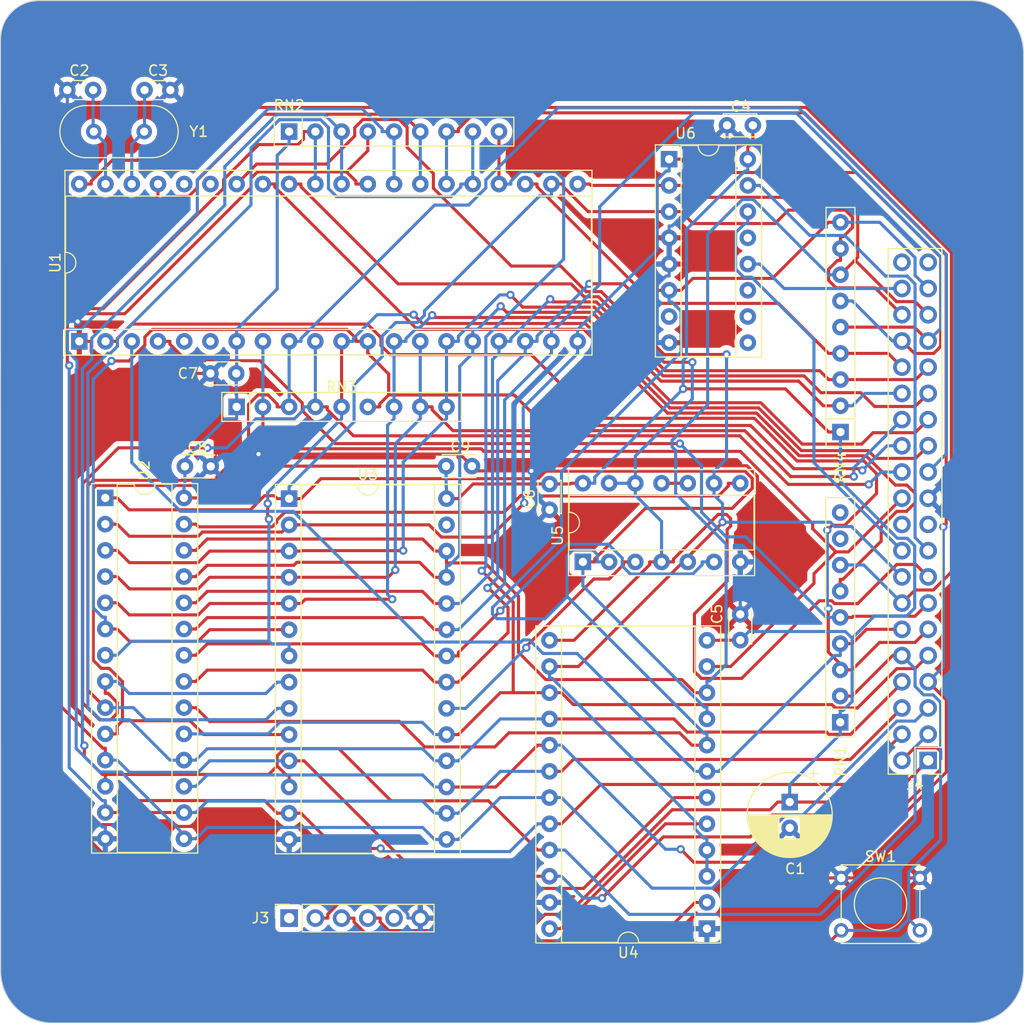
<source format=kicad_pcb>
(kicad_pcb (version 20221018) (generator pcbnew)
  (layers (0 "F.Cu" signal) (31 "B.Cu" signal) (34 "B.Paste" user) (35 "F.Paste" user) (36 "B.SilkS" user "B.Silkscreen") (37 "F.SilkS" user "F.Silkscreen") (38 "B.Mask" user) (39 "F.Mask" user) (44 "Edge.Cuts" user))
  (net 0 "")
  (net 1 "GND")
  (net 2 "VCC")
  (net 3 "/R{slash}W")
  (net 4 "/{slash}NMI")
  (net 5 "/A14")
  (net 6 "/A12")
  (net 7 "/A7")
  (net 8 "/A6")
  (net 9 "/A5")
  (net 10 "/A4")
  (net 11 "/A3")
  (net 12 "/A2")
  (net 13 "/A1")
  (net 14 "/A0")
  (net 15 "/D0")
  (net 16 "/D1")
  (net 17 "/D2")
  (net 18 "/D3")
  (net 19 "/D4")
  (net 20 "/D5")
  (net 21 "/D6")
  (net 22 "/D7")
  (net 23 "/A10")
  (net 24 "/A11")
  (net 25 "/A9")
  (net 26 "/A8")
  (net 27 "/A13")
  (net 29 "/{slash}IRQ")
  (net 30 "Net-(U1-EXTAL)")
  (net 31 "Net-(U1-XTAL)")
  (net 32 "/E")
  (net 33 "/Q")
  (net 34 "/{slash}READ")
  (net 35 "/{slash}WRITE")
  (net 36 "/{slash}ROM_CS")
  (net 37 "/{slash}8000_CS")
  (net 38 "/{slash}9000_CS")
  (net 39 "/A15")
  (net 40 "Net-(U5-Pad10)")
  (net 43 "/{slash}B000_CS")
  (net 44 "/{slash}RESET")
  (net 45 "/{slash}FIRQ")
  (net 46 "/{slash}HALT")
  (net 49 "/{slash}DMABREQ")
  (net 52 "Net-(U4-~{CTS})")
  (net 53 "/{slash}C000_CS_ROM")
  (net 54 "/{slash}A000_CS_ACIA")
  (net 61 "/ACIA_TX")
  (net 62 "/ACIA_RX")
  (footprint "Capacitor_THT:C_Disc_D3.0mm_W1.6mm_P2.50mm" (layer "F.Cu") (at 59.7615 34.0725 180)
    (fp_text reference "C2")
    (fp_text value "15pF" hide)
  )
  (footprint "Capacitor_THT:C_Disc_D3.0mm_W2.0mm_P2.50mm" (layer "F.Cu") (at 103.962 72.2411 -90)
    (fp_text reference "C6")
    (fp_text value "100 nF" hide)
  )
  (footprint "Capacitor_THT:CP_Radial_D8.0mm_P2.50mm" (layer "F.Cu") (at 127.2143 103.0556 -90)
    (fp_text reference "C1")
    (fp_text value "100 uF" hide)
  )
  (footprint "Package_DIP:DIP-40_W15.24mm_Socket" (layer "F.Cu") (at 58.42 58.42 90)
    (fp_text reference "U1")
    (fp_text value "HD63B09P")
  )
  (footprint "Package_DIP:DIP-28_W15.24mm_Socket" (layer "F.Cu") (at 78.74 73.66)
    (fp_text reference "U3")
    (fp_text value "28C256")
  )
  (footprint "Connector_PinHeader_2.54mm:PinHeader_2x20_P2.54mm_Vertical" (layer "F.Cu") (at 140.6237 99.0218 180)
    (fp_text reference "J4")
    (fp_text value "Conn_IO")
  )
  (footprint "Connector_PinSocket_2.54mm:PinSocket_1x06_P2.54mm_Vertical" (layer "F.Cu") (at 78.74 114.3 90)
    (fp_text reference "J3")
    (fp_text value "FTDI Header")
  )
  (footprint "Capacitor_THT:C_Disc_D3.0mm_W2.0mm_P2.50mm" (layer "F.Cu") (at 73.62 61.5301 180)
    (fp_text reference "C7")
    (fp_text value "100 nF" hide)
  )
  (footprint "Package_DIP:DIP-28_W7.62mm_Socket" (layer "F.Cu") (at 60.9369 73.5921)
    (fp_text reference "U2")
    (fp_text value "W24257")
  )
  (footprint "Resistor_THT:R_Array_SIP9" (layer "F.Cu") (at 73.6601 64.77)
    (fp_text reference "RN3")
    (fp_text value "R_Network08" hide)
  )
  (footprint "Crystal:Crystal_HC49-4H_Vertical" (layer "F.Cu") (at 64.705 38.1 180)
    (fp_text reference "Y1")
    (fp_text value "7.3728 MHz" hide)
  )
  (footprint "Resistor_THT:R_Array_SIP9" (layer "F.Cu") (at 132.1318 67.2062 90)
    (fp_text reference "RN4")
    (fp_text value "R_Network08" hide)
  )
  (footprint "Capacitor_THT:C_Disc_D3.0mm_W1.6mm_P2.50mm" (layer "F.Cu") (at 64.7385 34.079)
    (fp_text reference "C3")
    (fp_text value "15pF" hide)
  )
  (footprint "Package_DIP:DIP-14_W7.62mm_Socket" (layer "F.Cu") (at 107.1856 79.7897 90)
    (fp_text reference "U5")
    (fp_text value "74HCT00")
  )
  (footprint "Capacitor_THT:C_Disc_D3.0mm_W2.0mm_P2.50mm" (layer "F.Cu") (at 123.6475 37.4904 180)
    (fp_text reference "C4")
    (fp_text value "100 nF" hide)
  )
  (footprint "Package_DIP:DIP-24_W15.24mm_Socket" (layer "F.Cu") (at 119.1987 115.3238 180)
    (fp_text reference "U4")
    (fp_text value "HD63B50")
  )
  (footprint "Capacitor_THT:C_Disc_D3.0mm_W2.0mm_P2.50mm" (layer "F.Cu") (at 68.6487 70.5338)
    (fp_text reference "C8")
    (fp_text value "100 nF" hide)
  )
  (footprint "Resistor_THT:R_Array_SIP9" (layer "F.Cu") (at 132.1059 95.328 90)
    (fp_text reference "RN1")
    (fp_text value "R_Network08" hide)
  )
  (footprint "Package_DIP:DIP-16_W7.62mm_Socket" (layer "F.Cu") (at 115.5363 40.7723)
    (fp_text reference "U6")
    (fp_text value "74HC138")
  )
  (footprint "Capacitor_THT:C_Disc_D3.0mm_W2.0mm_P2.50mm" (layer "F.Cu") (at 93.9422 70.5109)
    (fp_text reference "C9")
    (fp_text value "100 nF" hide)
  )
  (footprint "Resistor_THT:R_Array_SIP9" (layer "F.Cu") (at 78.74 38.1)
    (fp_text reference "RN2")
    (fp_text value "R_Network08" hide)
  )
  (footprint "Capacitor_THT:C_Disc_D3.0mm_W2.0mm_P2.50mm" (layer "F.Cu") (at 122.4256 87.3697 90)
    (fp_text reference "C5")
    (fp_text value "100 nF" hide)
  )
  (footprint "Button_Switch_THT:SW_Tactile_Straight_KSL0Axx1LFTR" (layer "F.Cu") (at 132.2005 110.4105)
    (fp_text reference "SW1")
    (fp_text value "Reset")
  )
  (gr_line (start 54.534548 25.402931) (end 144.78 25.4) (stroke (width 0.1)) (layer "Edge.Cuts"))
  (gr_arc (start 55.841785 124.46) (mid 52.276704 122.983294) (end 50.799998 119.418213) (stroke (width 0.1)) (layer "Edge.Cuts"))
  (gr_arc (start 144.78 25.4) (mid 148.372102 26.887898) (end 149.86 30.48) (stroke (width 0.1)) (layer "Edge.Cuts"))
  (gr_arc (start 50.791537 29.184153) (mid 51.874225 26.512638) (end 54.534548 25.402732) (stroke (width 0.1)) (layer "Edge.Cuts"))
  (gr_arc (start 149.86 119.380002) (mid 148.372102 122.972103) (end 144.78 124.46) (stroke (width 0.1)) (layer "Edge.Cuts"))
  (gr_line (start 50.799998 119.418213) (end 50.791537 29.184153) (stroke (width 0.1)) (layer "Edge.Cuts"))
  (gr_line (start 149.86 30.48) (end 149.860002 119.380002) (stroke (width 0.1)) (layer "Edge.Cuts"))
  (gr_line (start 144.78 124.46) (end 55.841785 124.46) (stroke (width 0.1)) (layer "Edge.Cuts"))
  (segment (start 96.4422 70.5109) (end 95.2767 69.3454) (width 0.3) (layer "F.Cu") (net 1))
  (segment (start 102.6991 70.4761) (end 102.2016 70.9736) (width 0.3) (layer "F.Cu") (net 1))
  (segment (start 58.42 58.42) (end 59.5719 58.42) (width 0.3) (layer "F.Cu") (net 1))
  (segment (start 125.2639 110.4105) (end 120.3506 115.3238) (width 0.3) (layer "F.Cu") (net 1))
  (segment (start 63.2793 105.4216) (end 76.3297 105.4216) (width 0.3) (layer "F.Cu") (net 1))
  (segment (start 58.42 56.6607) (end 58.42 58.42) (width 0.3) (layer "F.Cu") (net 1))
  (segment (start 91.44 114.3) (end 92.6419 114.3) (width 0.3) (layer "F.Cu") (net 1))
  (segment (start 96.9049 70.9736) (end 102.2016 70.9736) (width 0.3) (layer "F.Cu") (net 1))
  (segment (start 57.2615 34.0725) (end 58.4453 35.2563) (width 0.3) (layer "F.Cu") (net 1))
  (segment (start 124.0908 76.9726) (end 124.0908 71.4956) (width 0.3) (layer "F.Cu") (net 1))
  (segment (start 61.6741 61.5301) (end 71.12 61.5301) (width 0.3) (layer "F.Cu") (net 1))
  (segment (start 71.5807 70.1018) (end 71.5807 61.9908) (width 0.3) (layer "F.Cu") (net 1))
  (segment (start 139.8205 110.4105) (end 132.2005 110.4105) (width 0.3) (layer "F.Cu") (net 1))
  (segment (start 92.6419 114.3) (end 94.1581 112.7838) (width 0.3) (layer "F.Cu") (net 1))
  (segment (start 60.9369 106.6121) (end 62.0888 106.6121) (width 0.3) (layer "F.Cu") (net 1))
  (segment (start 122.4256 78.6378) (end 124.0908 76.9726) (width 0.3) (layer "F.Cu") (net 1))
  (segment (start 78.74 106.68) (end 77.5881 106.68) (width 0.3) (layer "F.Cu") (net 1))
  (segment (start 58.258 56.4987) (end 58.42 56.6607) (width 0.3) (layer "F.Cu") (net 1))
  (segment (start 123.0713 70.4761) (end 102.6991 70.4761) (width 0.3) (layer "F.Cu") (net 1))
  (segment (start 59.5719 58.42) (end 59.5719 59.4279) (width 0.3) (layer "F.Cu") (net 1))
  (segment (start 76.3297 105.4216) (end 77.5881 106.68) (width 0.3) (layer "F.Cu") (net 1))
  (segment (start 66.0612 35.2563) (end 67.2385 34.079) (width 0.3) (layer "F.Cu") (net 1))
  (segment (start 62.0888 106.6121) (end 63.2793 105.4216) (width 0.3) (layer "F.Cu") (net 1))
  (segment (start 58.4453 35.2563) (end 66.0612 35.2563) (width 0.3) (layer "F.Cu") (net 1))
  (segment (start 71.1487 70.5338) (end 71.5807 70.1018) (width 0.3) (layer "F.Cu") (net 1))
  (segment (start 71.5807 61.9908) (end 71.12 61.5301) (width 0.3) (layer "F.Cu") (net 1))
  (segment (start 119.1987 115.3238) (end 120.3506 115.3238) (width 0.3) (layer "F.Cu") (net 1))
  (segment (start 95.2767 69.3454) (end 75.7773 69.3454) (width 0.3) (layer "F.Cu") (net 1))
  (segment (start 122.4256 79.7897) (end 122.4256 78.6378) (width 0.3) (layer "F.Cu") (net 1))
  (segment (start 59.5719 59.4279) (end 61.6741 61.5301) (width 0.3) (layer "F.Cu") (net 1))
  (segment (start 132.2005 110.4105) (end 125.2639 110.4105) (width 0.3) (layer "F.Cu") (net 1))
  (segment (start 124.0908 71.4956) (end 123.0713 70.4761) (width 0.3) (layer "F.Cu") (net 1))
  (segment (start 94.1581 112.7838) (end 103.9587 112.7838) (width 0.3) (layer "F.Cu") (net 1))
  (segment (start 96.4422 70.5109) (end 96.9049 70.9736) (width 0.3) (layer "F.Cu") (net 1))
  (via (at 58.258 56.4987) (size 0.8) (drill 0.4) (layers "F.Cu" "B.Cu") (net 1))
  (via (at 102.2016 70.9736) (size 0.8) (drill 0.4) (layers "F.Cu" "B.Cu") (net 1))
  (via (at 75.7773 69.3454) (size 0.8) (drill 0.4) (layers "F.Cu" "B.Cu") (net 1))
  (segment (start 91.44 114.3) (end 90.2381 114.3) (width 0.3) (layer "B.Cu") (net 1))
  (segment (start 115.5363 48.3923) (end 115.5363 47.2404) (width 0.3) (layer "B.Cu") (net 1))
  (segment (start 115.5363 50.9323) (end 115.5363 52.0842) (width 0.3) (layer "B.Cu") (net 1))
  (segment (start 78.74 106.68) (end 82.9917 106.68) (width 0.3) (layer "B.Cu") (net 1))
  (segment (start 72.3371 69.3454) (end 75.7773 69.3454) (width 0.3) (layer "B.Cu") (net 1))
  (segment (start 90.2381 113.9264) (end 90.2381 114.3) (width 0.3) (layer "B.Cu") (net 1))
  (segment (start 107.6506 115.3238) (end 105.1106 112.7838) (width 0.3) (layer "B.Cu") (net 1))
  (segment (start 114.3844 52.948) (end 114.3844 58.5523) (width 0.3) (layer "B.Cu") (net 1))
  (segment (start 103.962 74.7411) (end 102.2016 72.9807) (width 0.3) (layer "B.Cu") (net 1))
  (segment (start 57.4711 56.4955) (end 58.2548 56.4955) (width 0.3) (layer "B.Cu") (net 1))
  (segment (start 60.6489 105.4602) (end 60.9369 105.4602) (width 0.3) (layer "B.Cu") (net 1))
  (segment (start 71.1487 70.5338) (end 72.3371 69.3454) (width 0.3) (layer "B.Cu") (net 1))
  (segment (start 121.1475 41.9172) (end 115.8243 47.2404) (width 0.3) (layer "B.Cu") (net 1))
  (segment (start 82.9917 106.68) (end 90.2381 113.9264) (width 0.3) (layer "B.Cu") (net 1))
  (segment (start 56.6692 101.4805) (end 60.6489 105.4602) (width 0.3) (layer "B.Cu") (net 1))
  (segment (start 57.2615 56.2859) (end 57.2615 34.0725) (width 0.3) (layer "B.Cu") (net 1))
  (segment (start 122.4256 84.8697) (end 122.4256 79.7897) (width 0.3) (layer "B.Cu") (net 1))
  (segment (start 142.8999 75.898) (end 140.6237 73.6218) (width 0.3) (layer "B.Cu") (net 1))
  (segment (start 103.9587 112.7838) (end 105.1106 112.7838) (width 0.3) (layer "B.Cu") (net 1))
  (segment (start 56.6692 57.2974) (end 56.6692 101.4805) (width 0.3) (layer "B.Cu") (net 1))
  (segment (start 115.2482 52.0842) (end 114.3844 52.948) (width 0.3) (layer "B.Cu") (net 1))
  (segment (start 102.2016 72.9807) (end 102.2016 70.9736) (width 0.3) (layer "B.Cu") (net 1))
  (segment (start 115.5363 58.5523) (end 114.3844 58.5523) (width 0.3) (layer "B.Cu") (net 1))
  (segment (start 115.8243 47.2404) (end 115.5363 47.2404) (width 0.3) (layer "B.Cu") (net 1))
  (segment (start 121.1475 37.4904) (end 121.1475 41.9172) (width 0.3) (layer "B.Cu") (net 1))
  (segment (start 58.2548 56.4955) (end 58.258 56.4987) (width 0.3) (layer "B.Cu") (net 1))
  (segment (start 119.1987 115.3238) (end 107.6506 115.3238) (width 0.3) (layer "B.Cu") (net 1))
  (segment (start 115.5363 52.0842) (end 115.2482 52.0842) (width 0.3) (layer "B.Cu") (net 1))
  (segment (start 139.8205 110.4105) (end 142.8999 107.3311) (width 0.3) (layer "B.Cu") (net 1))
  (segment (start 60.9369 106.6121) (end 60.9369 105.4602) (width 0.3) (layer "B.Cu") (net 1))
  (segment (start 142.8999 107.3311) (end 142.8999 75.898) (width 0.3) (layer "B.Cu") (net 1))
  (segment (start 127.2143 105.5556) (end 132.0692 110.4105) (width 0.3) (layer "B.Cu") (net 1))
  (segment (start 115.5363 48.3923) (end 115.5363 50.9323) (width 0.3) (layer "B.Cu") (net 1))
  (segment (start 102.2016 70.7351) (end 114.3844 58.5523) (width 0.3) (layer "B.Cu") (net 1))
  (segment (start 102.2016 70.9736) (end 102.2016 70.7351) (width 0.3) (layer "B.Cu") (net 1))
  (segment (start 57.4711 56.4955) (end 56.6692 57.2974) (width 0.3) (layer "B.Cu") (net 1))
  (segment (start 132.0692 110.4105) (end 132.2005 110.4105) (width 0.3) (layer "B.Cu") (net 1))
  (segment (start 57.4711 56.4955) (end 57.2615 56.2859) (width 0.3) (layer "B.Cu") (net 1))
  (segment (start 122.4256 87.3697) (end 120.3647 87.3697) (width 0.3) (layer "F.Cu") (net 2))
  (segment (start 103.962 72.2411) (end 96.5508 72.2411) (width 0.3) (layer "F.Cu") (net 2))
  (segment (start 101.9433 115.5089) (end 103.5165 113.9357) (width 0.3) (layer "F.Cu") (net 2))
  (segment (start 106.0337 72.1697) (end 105.9623 72.2411) (width 0.3) (layer "F.Cu") (net 2))
  (segment (start 103.5165 113.9357) (end 105.7002 113.9357) (width 0.3) (layer "F.Cu") (net 2))
  (segment (start 123.1563 40.7723) (end 123.1563 39.6204) (width 0.3) (layer "F.Cu") (net 2))
  (segment (start 127.2143 103.0556) (end 126.0624 103.0556) (width 0.3) (layer "F.Cu") (net 2))
  (segment (start 105.7002 113.9357) (end 115.8306 103.8053) (width 0.3) (layer "F.Cu") (net 2))
  (segment (start 76.6172 70.5109) (end 73.536 73.5921) (width 0.3) (layer "F.Cu") (net 2))
  (segment (start 126.8011 63.0274) (end 116.8893 63.0274) (width 0.3) (layer "F.Cu") (net 2))
  (segment (start 88.3952 115.5089) (end 101.9433 115.5089) (width 0.3) (layer "F.Cu") (net 2))
  (segment (start 115.8306 103.8053) (end 125.3107 103.8053) (width 0.3) (layer "F.Cu") (net 2))
  (segment (start 123.1563 39.6204) (end 123.6475 39.1292) (width 0.3) (layer "F.Cu") (net 2))
  (segment (start 130.9799 67.2062) (end 126.8011 63.0274) (width 0.3) (layer "F.Cu") (net 2))
  (segment (start 73.536 73.5921) (end 68.5569 73.5921) (width 0.3) (layer "F.Cu") (net 2))
  (segment (start 96.5508 72.2411) (end 95.1319 73.66) (width 0.3) (layer "F.Cu") (net 2))
  (segment (start 119.1987 87.3838) (end 120.3506 87.3838) (width 0.3) (layer "F.Cu") (net 2))
  (segment (start 136.5899 103.0556) (end 127.2143 103.0556) (width 0.3) (layer "F.Cu") (net 2))
  (segment (start 107.1856 72.1697) (end 106.0337 72.1697) (width 0.3) (layer "F.Cu") (net 2))
  (segment (start 120.3647 87.3697) (end 120.3506 87.3838) (width 0.3) (layer "F.Cu") (net 2))
  (segment (start 123.6475 39.1292) (end 123.6475 37.4904) (width 0.3) (layer "F.Cu") (net 2))
  (segment (start 87.5619 114.6756) (end 88.3952 115.5089) (width 0.3) (layer "F.Cu") (net 2))
  (segment (start 93.9422 70.5109) (end 76.6172 70.5109) (width 0.3) (layer "F.Cu") (net 2))
  (segment (start 140.6237 99.0218) (end 136.5899 103.0556) (width 0.3) (layer "F.Cu") (net 2))
  (segment (start 86.36 114.3) (end 87.5619 114.3) (width 0.3) (layer "F.Cu") (net 2))
  (segment (start 105.9623 72.2411) (end 103.962 72.2411) (width 0.3) (layer "F.Cu") (net 2))
  (segment (start 132.1318 67.2062) (end 130.9799 67.2062) (width 0.3) (layer "F.Cu") (net 2))
  (segment (start 87.5619 114.3) (end 87.5619 114.6756) (width 0.3) (layer "F.Cu") (net 2))
  (segment (start 93.98 73.66) (end 95.1319 73.66) (width 0.3) (layer "F.Cu") (net 2))
  (segment (start 126.0604 103.0556) (end 126.0624 103.0556) (width 0.3) (layer "F.Cu") (net 2))
  (segment (start 125.3107 103.8053) (end 126.0604 103.0556) (width 0.3) (layer "F.Cu") (net 2))
  (via (at 116.8893 63.0274) (size 0.8) (drill 0.4) (layers "F.Cu" "B.Cu") (net 2))
  (segment (start 132.1059 96.4799) (end 127.2143 101.3715) (width 0.3) (layer "B.Cu") (net 2))
  (segment (start 72.5855 65.9219) (end 68.6487 69.8587) (width 0.3) (layer "B.Cu") (net 2))
  (segment (start 127.2143 101.3715) (end 127.2143 103.0556) (width 0.3) (layer "B.Cu") (net 2))
  (segment (start 117.2228 59.9419) (end 116.8893 60.2754) (width 0.3) (layer "B.Cu") (net 2))
  (segment (start 122.4256 87.3697) (end 123.2627 86.5326) (width 0.3) (layer "B.Cu") (net 2))
  (segment (start 73.62 61.5301) (end 73.66 61.4901) (width 0.3) (layer "B.Cu") (net 2))
  (segment (start 73.6601 65.9219) (end 72.5855 65.9219) (width 0.3) (layer "B.Cu") (net 2))
  (segment (start 77.5881 53.34) (end 73.66 57.2681) (width 0.3) (layer "B.Cu") (net 2))
  (segment (start 135.4187 85.0238) (end 138.5609 85.0238) (width 0.3) (layer "B.Cu") (net 2))
  (segment (start 107.1856 72.1697) (end 108.3375 72.1697) (width 0.3) (layer "B.Cu") (net 2))
  (segment (start 123.2627 86.5326) (end 132.6057 86.5326) (width 0.3) (layer "B.Cu") (net 2))
  (segment (start 138.5901 77.4999) (end 137.6365 77.4999) (width 0.3) (layer "B.Cu") (net 2))
  (segment (start 117.2228 47.5697) (end 117.2228 59.9419) (width 0.3) (layer "B.Cu") (net 2))
  (segment (start 68.6487 72.3484) (end 68.6487 70.5338) (width 0.3) (layer "B.Cu") (net 2))
  (segment (start 68.5569 72.4402) (end 68.6487 72.3484) (width 0.3) (layer "B.Cu") (net 2))
  (segment (start 132.1318 67.2062) (end 132.1318 68.3581) (width 0.3) (layer "B.Cu") (net 2))
  (segment (start 122.8683 41.9242) (end 117.2228 47.5697) (width 0.3) (layer "B.Cu") (net 2))
  (segment (start 132.394 94.1761) (end 132.1059 94.1761) (width 0.3) (layer "B.Cu") (net 2))
  (segment (start 93.9422 72.4703) (end 93.9422 70.5109) (width 0.3) (layer "B.Cu") (net 2))
  (segment (start 68.5569 73.5921) (end 68.5569 72.4402) (width 0.3) (layer "B.Cu") (net 2))
  (segment (start 68.6487 69.8587) (end 68.6487 70.5338) (width 0.3) (layer "B.Cu") (net 2))
  (segment (start 116.8893 60.2754) (end 116.8893 63.0274) (width 0.3) (layer "B.Cu") (net 2))
  (segment (start 132.1059 95.328) (end 132.1059 96.4799) (width 0.3) (layer "B.Cu") (net 2))
  (segment (start 108.3375 71.5792) (end 108.3375 72.1697) (width 0.3) (layer "B.Cu") (net 2))
  (segment (start 93.98 73.66) (end 93.98 72.5081) (width 0.3) (layer "B.Cu") (net 2))
  (segment (start 139.3182 84.2665) (end 139.3182 78.228) (width 0.3) (layer "B.Cu") (net 2))
  (segment (start 73.6601 64.77) (end 73.6601 65.9219) (width 0.3) (layer "B.Cu") (net 2))
  (segment (start 123.1563 40.7723) (end 123.1563 41.9242) (width 0.3) (layer "B.Cu") (net 2))
  (segment (start 133.2578 93.3123) (end 132.394 94.1761) (width 0.3) (layer "B.Cu") (net 2))
  (segment (start 78.74 39.2519) (end 77.5881 40.4038) (width 0.3) (layer "B.Cu") (net 2))
  (segment (start 132.1059 95.328) (end 132.1059 94.1761) (width 0.3) (layer "B.Cu") (net 2))
  (segment (start 137.6365 77.4999) (end 132.1318 71.9952) (width 0.3) (layer "B.Cu") (net 2))
  (segment (start 73.6601 63.6181) (end 73.62 63.578) (width 0.3) (layer "B.Cu") (net 2))
  (segment (start 116.8893 63.0274) (end 108.3375 71.5792) (width 0.3) (layer "B.Cu") (net 2))
  (segment (start 123.1563 41.9242) (end 122.8683 41.9242) (width 0.3) (layer "B.Cu") (net 2))
  (segment (start 93.98 72.5081) (end 93.9422 72.4703) (width 0.3) (layer "B.Cu") (net 2))
  (segment (start 133.2578 87.1847) (end 135.4187 85.0238) (width 0.3) (layer "B.Cu") (net 2))
  (segment (start 73.66 58.42) (end 73.66 57.2681) (width 0.3) (layer "B.Cu") (net 2))
  (segment (start 73.66 61.4901) (end 73.66 58.42) (width 0.3) (layer "B.Cu") (net 2))
  (segment (start 73.62 63.578) (end 73.62 61.5301) (width 0.3) (layer "B.Cu") (net 2))
  (segment (start 138.5609 85.0238) (end 139.3182 84.2665) (width 0.3) (layer "B.Cu") (net 2))
  (segment (start 78.74 38.1) (end 78.74 39.2519) (width 0.3) (layer "B.Cu") (net 2))
  (segment (start 139.3182 78.228) (end 138.5901 77.4999) (width 0.3) (layer "B.Cu") (net 2))
  (segment (start 132.1318 71.9952) (end 132.1318 68.3581) (width 0.3) (layer "B.Cu") (net 2))
  (segment (start 73.6601 64.77) (end 73.6601 63.6181) (width 0.3) (layer "B.Cu") (net 2))
  (segment (start 77.5881 40.4038) (end 77.5881 53.34) (width 0.3) (layer "B.Cu") (net 2))
  (segment (start 132.6057 86.5326) (end 133.2578 87.1847) (width 0.3) (layer "B.Cu") (net 2))
  (segment (start 133.2578 87.1847) (end 133.2578 93.3123) (width 0.3) (layer "B.Cu") (net 2))
  (segment (start 117.9889 90.4133) (end 117.9889 84.8228) (width 0.3) (layer "F.Cu") (net 3))
  (segment (start 130.087 83.5536) (end 122.5629 91.0777) (width 0.3) (layer "F.Cu") (net 3))
  (segment (start 107.2938 54.1026) (end 108.7046 54.1026) (width 0.3) (layer "F.Cu") (net 3))
  (segment (start 79.8919 43.18) (end 79.8919 43.4486) (width 0.3) (layer "F.Cu") (net 3))
  (segment (start 140.6237 81.2418) (end 139.4218 80.0399) (width 0.3) (layer "F.Cu") (net 3))
  (segment (start 108.7046 54.1026) (end 115.0459 60.4439) (width 0.3) (layer "F.Cu") (net 3))
  (segment (start 121.4931 76.3183) (end 121.4931 75.5931) (width 0.3) (layer "F.Cu") (net 3))
  (segment (start 79.8919 43.4486) (end 89.3006 52.8573) (width 0.3) (layer "F.Cu") (net 3))
  (segment (start 117.9889 84.8228) (end 121.1556 81.6561) (width 0.3) (layer "F.Cu") (net 3))
  (segment (start 78.74 43.18) (end 79.8919 43.18) (width 0.3) (layer "F.Cu") (net 3))
  (segment (start 131.562 83.8309) (end 131.2847 83.5536) (width 0.3) (layer "F.Cu") (net 3))
  (segment (start 122.5629 91.0777) (end 118.6533 91.0777) (width 0.3) (layer "F.Cu") (net 3))
  (segment (start 121.1556 76.6558) (end 121.4931 76.3183) (width 0.3) (layer "F.Cu") (net 3))
  (segment (start 139.4218 80.0399) (end 137.5859 80.0399) (width 0.3) (layer "F.Cu") (net 3))
  (segment (start 114.8056 79.7897) (end 113.6537 79.7897) (width 0.3) (layer "F.Cu") (net 3))
  (segment (start 115.0459 60.4439) (end 117.784 60.4439) (width 0.3) (layer "F.Cu") (net 3))
  (segment (start 133.7949 83.8309) (end 131.562 83.8309) (width 0.3) (layer "F.Cu") (net 3))
  (segment (start 121.1556 81.6561) (end 121.1556 76.6558) (width 0.3) (layer "F.Cu") (net 3))
  (segment (start 115.9575 79.5211) (end 115.9575 79.7897) (width 0.3) (layer "F.Cu") (net 3))
  (segment (start 137.5859 80.0399) (end 133.7949 83.8309) (width 0.3) (layer "F.Cu") (net 3))
  (segment (start 113.6537 79.7897) (end 113.6537 80.0582) (width 0.3) (layer "F.Cu") (net 3))
  (segment (start 120.2886 75.19) (end 115.9575 79.5211) (width 0.3) (layer "F.Cu") (net 3))
  (segment (start 121.4931 75.5931) (end 121.09 75.19) (width 0.3) (layer "F.Cu") (net 3))
  (segment (start 114.8056 79.7897) (end 115.9575 79.7897) (width 0.3) (layer "F.Cu") (net 3))
  (segment (start 131.2847 83.5536) (end 130.087 83.5536) (width 0.3) (layer "F.Cu") (net 3))
  (segment (start 89.3006 52.8573) (end 106.0485 52.8573) (width 0.3) (layer "F.Cu") (net 3))
  (segment (start 113.6537 80.0582) (end 106.3281 87.3838) (width 0.3) (layer "F.Cu") (net 3))
  (segment (start 121.09 75.19) (end 120.2886 75.19) (width 0.3) (layer "F.Cu") (net 3))
  (segment (start 106.0485 52.8573) (end 107.2938 54.1026) (width 0.3) (layer "F.Cu") (net 3))
  (segment (start 118.6533 91.0777) (end 117.9889 90.4133) (width 0.3) (layer "F.Cu") (net 3))
  (segment (start 106.3281 87.3838) (end 103.9587 87.3838) (width 0.3) (layer "F.Cu") (net 3))
  (via (at 117.784 60.4439) (size 0.8) (drill 0.4) (layers "F.Cu" "B.Cu") (net 3))
  (segment (start 112.2656 72.1697) (end 112.2656 69.5327) (width 0.3) (layer "B.Cu") (net 3))
  (segment (start 112.2656 69.5327) (end 117.784 64.0143) (width 0.3) (layer "B.Cu") (net 3))
  (segment (start 111.3562 72.1697) (end 110.8775 72.1697) (width 0.3) (layer "B.Cu") (net 3))
  (segment (start 111.8109 72.1697) (end 111.3562 72.1697) (width 0.3) (layer "B.Cu") (net 3))
  (segment (start 112.2656 72.1697) (end 112.2656 73.3216) (width 0.3) (layer "B.Cu") (net 3))
  (segment (start 117.784 64.0143) (end 117.784 60.4439) (width 0.3) (layer "B.Cu") (net 3))
  (segment (start 114.8056 75.8616) (end 112.2656 73.3216) (width 0.3) (layer "B.Cu") (net 3))
  (segment (start 109.7256 72.1697) (end 110.8775 72.1697) (width 0.3) (layer "B.Cu") (net 3))
  (segment (start 111.8109 72.1697) (end 112.2656 72.1697) (width 0.3) (layer "B.Cu") (net 3))
  (segment (start 114.8056 79.7897) (end 114.8056 75.8616) (width 0.3) (layer "B.Cu") (net 3))
  (segment (start 132.1059 90.248) (end 132.6819 90.248) (width 0.3) (layer "F.Cu") (net 4))
  (segment (start 62.1119 58.1514) (end 62.1119 58.42) (width 0.3) (layer "F.Cu") (net 4))
  (segment (start 135.6238 71.2375) (end 134.3967 70.0104) (width 0.3) (layer "F.Cu") (net 4))
  (segment (start 133.2578 90.248) (end 135.914 87.5918) (width 0.3) (layer "F.Cu") (net 4))
  (segment (start 123.7892 65.8762) (end 108.3515 65.8762) (width 0.3) (layer "F.Cu") (net 4))
  (segment (start 132.5426 76.2401) (end 135.6238 73.1589) (width 0.3) (layer "F.Cu") (net 4))
  (segment (start 102.1812 59.7059) (end 88.511 59.7059) (width 0.3) (layer "F.Cu") (net 4))
  (segment (start 86.3289 56.7496) (end 63.5137 56.7496) (width 0.3) (layer "F.Cu") (net 4))
  (segment (start 131.3311 76.2401) (end 132.5426 76.2401) (width 0.3) (layer "F.Cu") (net 4))
  (segment (start 63.5137 56.7496) (end 62.1119 58.1514) (width 0.3) (layer "F.Cu") (net 4))
  (segment (start 130.954 84.3248) (end 130.9733 84.3055) (width 0.3) (layer "F.Cu") (net 4))
  (segment (start 135.6238 73.1589) (end 135.6238 71.2375) (width 0.3) (layer "F.Cu") (net 4))
  (segment (start 87.63 58.0507) (end 86.3289 56.7496) (width 0.3) (layer "F.Cu") (net 4))
  (segment (start 132.6819 90.248) (end 130.954 88.5201) (width 0.3) (layer "F.Cu") (net 4))
  (segment (start 60.96 58.42) (end 62.1119 58.42) (width 0.3) (layer "F.Cu") (net 4))
  (segment (start 135.914 87.5918) (end 139.3537 87.5918) (width 0.3) (layer "F.Cu") (net 4))
  (segment (start 88.511 59.7059) (end 87.63 58.8249) (width 0.3) (layer "F.Cu") (net 4))
  (segment (start 130.8574 76.7138) (end 131.3311 76.2401) (width 0.3) (layer "F.Cu") (net 4))
  (segment (start 87.63 58.8249) (end 87.63 58.0507) (width 0.3) (layer "F.Cu") (net 4))
  (segment (start 139.3537 87.5918) (end 140.6237 86.3218) (width 0.3) (layer "F.Cu") (net 4))
  (segment (start 130.954 88.5201) (end 130.954 84.3248) (width 0.3) (layer "F.Cu") (net 4))
  (segment (start 132.6819 90.248) (end 133.2578 90.248) (width 0.3) (layer "F.Cu") (net 4))
  (segment (start 127.9234 70.0104) (end 123.7892 65.8762) (width 0.3) (layer "F.Cu") (net 4))
  (segment (start 108.3515 65.8762) (end 102.1812 59.7059) (width 0.3) (layer "F.Cu") (net 4))
  (segment (start 134.3967 70.0104) (end 127.9234 70.0104) (width 0.3) (layer "F.Cu") (net 4))
  (via (at 130.9733 84.3055) (size 0.8) (drill 0.4) (layers "F.Cu" "B.Cu") (net 4))
  (via (at 130.8574 76.7138) (size 0.8) (drill 0.4) (layers "F.Cu" "B.Cu") (net 4))
  (segment (start 130.9733 84.3055) (end 130.8574 84.1896) (width 0.3) (layer "B.Cu") (net 4))
  (segment (start 130.8574 84.1896) (end 130.8574 76.7138) (width 0.3) (layer "B.Cu") (net 4))
  (segment (start 107.6956 45.8523) (end 115.5363 45.8523) (width 0.3) (layer "F.Cu") (net 5))
  (segment (start 108.3375 79.5017) (end 113.2323 74.6069) (width 0.3) (layer "F.Cu") (net 5))
  (segment (start 102.8485 71.7256) (end 81.8263 71.7256) (width 0.3) (layer "F.Cu") (net 5))
  (segment (start 78.1641 73.66) (end 77.5881 73.66) (width 0.3) (layer "F.Cu") (net 5))
  (segment (start 130.9799 51.4419) (end 130.9799 52.5132) (width 0.3) (layer "F.Cu") (net 5))
  (segment (start 60.9369 73.5921) (end 62.0888 73.5921) (width 0.3) (layer "F.Cu") (net 5))
  (segment (start 132.4003 48.2743) (end 132.1318 48.2743) (width 0.3) (layer "F.Cu") (net 5))
  (segment (start 132.5939 45.7051) (end 133.2895 46.4007) (width 0.3) (layer "F.Cu") (net 5))
  (segment (start 78.1641 73.66) (end 78.74 73.66) (width 0.3) (layer "F.Cu") (net 5))
  (segment (start 115.5363 45.8523) (end 116.6882 45.8523) (width 0.3) (layer "F.Cu") (net 5))
  (segment (start 127.0938 45.7051) (end 132.5939 45.7051) (width 0.3) (layer "F.Cu") (net 5))
  (segment (start 77.3093 73.3812) (end 76.353 73.3812) (width 0.3) (layer "F.Cu") (net 5))
  (segment (start 123.5832 71.6979) (end 122.8839 70.9986) (width 0.3) (layer "F.Cu") (net 5))
  (segment (start 133.2895 47.3851) (end 132.4003 48.2743) (width 0.3) (layer "F.Cu") (net 5))
  (segment (start 63.2411 74.7444) (end 62.0888 73.5921) (width 0.3) (layer "F.Cu") (net 5))
  (segment (start 74.9898 74.7444) (end 63.2411 74.7444) (width 0.3) (layer "F.Cu") (net 5))
  (segment (start 121.6332 74.6069) (end 123.5832 72.6569) (width 0.3) (layer "F.Cu") (net 5))
  (segment (start 117.8442 47.0083) (end 125.7906 47.0083) (width 0.3) (layer "F.Cu") (net 5))
  (segment (start 105.2919 43.4486) (end 107.6956 45.8523) (width 0.3) (layer "F.Cu") (net 5))
  (segment (start 105.2919 43.18) (end 105.2919 43.4486) (width 0.3) (layer "F.Cu") (net 5))
  (segment (start 81.8263 71.7256) (end 79.8919 73.66) (width 0.3) (layer "F.Cu") (net 5))
  (segment (start 125.7906 47.0083) (end 127.0938 45.7051) (width 0.3) (layer "F.Cu") (net 5))
  (segment (start 108.3375 79.7897) (end 108.3375 79.5017) (width 0.3) (layer "F.Cu") (net 5))
  (segment (start 132.1318 49.4262) (end 132.1318 50.5781) (width 0.3) (layer "F.Cu") (net 5))
  (segment (start 103.5755 70.9986) (end 102.8485 71.7256) (width 0.3) (layer "F.Cu") (net 5))
  (segment (start 116.6882 45.8523) (end 117.8442 47.0083) (width 0.3) (layer "F.Cu") (net 5))
  (segment (start 135.4781 53.2362) (end 138.0837 55.8418) (width 0.3) (layer "F.Cu") (net 5))
  (segment (start 76.353 73.3812) (end 74.9898 74.7444) (width 0.3) (layer "F.Cu") (net 5))
  (segment (start 133.2895 46.4007) (end 133.2895 47.3851) (width 0.3) (layer "F.Cu") (net 5))
  (segment (start 113.2323 74.6069) (end 121.6332 74.6069) (width 0.3) (layer "F.Cu") (net 5))
  (segment (start 78.74 73.66) (end 79.8919 73.66) (width 0.3) (layer "F.Cu") (net 5))
  (segment (start 123.5832 72.6569) (end 123.5832 71.6979) (width 0.3) (layer "F.Cu") (net 5))
  (segment (start 104.14 43.18) (end 105.2919 43.18) (width 0.3) (layer "F.Cu") (net 5))
  (segment (start 77.5881 73.66) (end 77.3093 73.3812) (width 0.3) (layer "F.Cu") (net 5))
  (segment (start 131.7029 53.2362) (end 135.4781 53.2362) (width 0.3) (layer "F.Cu") (net 5))
  (segment (start 132.1318 49.4262) (end 132.1318 48.2743) (width 0.3) (layer "F.Cu") (net 5))
  (segment (start 130.9799 52.5132) (end 131.7029 53.2362) (width 0.3) (layer "F.Cu") (net 5))
  (segment (start 122.8839 70.9986) (end 103.5755 70.9986) (width 0.3) (layer "F.Cu") (net 5))
  (segment (start 107.1856 79.7897) (end 108.3375 79.7897) (width 0.3) (layer "F.Cu") (net 5))
  (segment (start 132.1318 50.5781) (end 131.8437 50.5781) (width 0.3) (layer "F.Cu") (net 5))
  (segment (start 131.8437 50.5781) (end 130.9799 51.4419) (width 0.3) (layer "F.Cu") (net 5))
  (segment (start 85.0287 66.2194) (end 78.74 72.5081) (width 0.3) (layer "B.Cu") (net 5))
  (segment (start 91.1432 56.5929) (end 89.0708 56.5929) (width 0.3) (layer "B.Cu") (net 5))
  (segment (start 104.14 43.18) (end 104.14 44.3319) (width 0.3) (layer "B.Cu") (net 5))
  (segment (start 87.7481 59.9072) (end 85.0287 62.6266) (width 0.3) (layer "B.Cu") (net 5))
  (segment (start 78.74 73.66) (end 78.74 72.5081) (width 0.3) (layer "B.Cu") (net 5))
  (segment (start 118.9301 93.8519) (end 119.1987 93.8519) (width 0.3) (layer "B.Cu") (net 5))
  (segment (start 104.14 44.3319) (end 102.9881 44.3319) (width 0.3) (layer "B.Cu") (net 5))
  (segment (start 107.1856 79.7897) (end 107.1856 82.1074) (width 0.3) (layer "B.Cu") (net 5))
  (segment (start 119.1987 95.0038) (end 119.1987 93.8519) (width 0.3) (layer "B.Cu") (net 5))
  (segment (start 102.9881 44.3319) (end 91.8414 55.4786) (width 0.3) (layer "B.Cu") (net 5))
  (segment (start 85.0287 62.6266) (end 85.0287 66.2194) (width 0.3) (layer "B.Cu") (net 5))
  (segment (start 91.8414 55.8947) (end 91.1432 56.5929) (width 0.3) (layer "B.Cu") (net 5))
  (segment (start 91.8414 55.4786) (end 91.8414 55.8947) (width 0.3) (layer "B.Cu") (net 5))
  (segment (start 107.1856 82.1074) (end 118.9301 93.8519) (width 0.3) (layer "B.Cu") (net 5))
  (segment (start 87.7481 57.9156) (end 87.7481 59.9072) (width 0.3) (layer "B.Cu") (net 5))
  (segment (start 89.0708 56.5929) (end 87.7481 57.9156) (width 0.3) (layer "B.Cu") (net 5))
  (segment (start 92.2984 76.2) (end 78.74 76.2) (width 0.3) (layer "F.Cu") (net 6))
  (segment (start 98.2131 77.3863) (end 93.4847 77.3863) (width 0.3) (layer "F.Cu") (net 6))
  (segment (start 141.8357 58.9133) (end 141.1542 59.5948) (width 0.3) (layer "F.Cu") (net 6))
  (segment (start 115.5363 40.7723) (end 116.6882 40.7723) (width 0.3) (layer "F.Cu") (net 6))
  (segment (start 60.9369 76.1321) (end 62.0888 76.1321) (width 0.3) (layer "F.Cu") (net 6))
  (segment (start 141.1542 59.5948) (end 139.2967 59.5948) (width 0.3) (layer "F.Cu") (net 6))
  (segment (start 63.2626 77.3059) (end 69.939 77.3059) (width 0.3) (layer "F.Cu") (net 6))
  (segment (start 139.2967 59.5948) (end 138.0837 58.3818) (width 0.3) (layer "F.Cu") (net 6))
  (segment (start 78.0444 76.8956) (end 78.74 76.2) (width 0.3) (layer "F.Cu") (net 6))
  (segment (start 141.8357 50.2602) (end 141.8357 58.9133) (width 0.3) (layer "F.Cu") (net 6))
  (segment (start 62.0888 76.1321) (end 63.2626 77.3059) (width 0.3) (layer "F.Cu") (net 6))
  (segment (start 117.9801 42.0642) (end 133.6397 42.0642) (width 0.3) (layer "F.Cu") (net 6))
  (segment (start 93.4847 77.3863) (end 92.2984 76.2) (width 0.3) (layer "F.Cu") (net 6))
  (segment (start 133.6397 42.0642) (end 141.8357 50.2602) (width 0.3) (layer "F.Cu") (net 6))
  (segment (start 116.6882 40.7723) (end 117.9801 42.0642) (width 0.3) (layer "F.Cu") (net 6))
  (segment (start 69.939 77.3059) (end 70.3493 76.8956) (width 0.3) (layer "F.Cu") (net 6))
  (segment (start 101.5046 74.0948) (end 98.2131 77.3863) (width 0.3) (layer "F.Cu") (net 6))
  (segment (start 70.3493 76.8956) (end 78.0444 76.8956) (width 0.3) (layer "F.Cu") (net 6))
  (via (at 101.5046 74.0948) (size 0.8) (drill 0.4) (layers "F.Cu" "B.Cu") (net 6))
  (segment (start 137.1593 58.3818) (end 133.2837 54.5062) (width 0.3) (layer "B.Cu") (net 6))
  (segment (start 114.3844 49.5637) (end 106.68 57.2681) (width 0.3) (layer "B.Cu") (net 6))
  (segment (start 106.68 58.42) (end 106.68 57.2681) (width 0.3) (layer "B.Cu") (net 6))
  (segment (start 115.2482 41.9242) (end 114.3844 42.788) (width 0.3) (layer "B.Cu") (net 6))
  (segment (start 115.5363 40.7723) (end 115.5363 41.9242) (width 0.3) (layer "B.Cu") (net 6))
  (segment (start 106.68 58.42) (end 106.68 59.5719) (width 0.3) (layer "B.Cu") (net 6))
  (segment (start 106.68 59.5719) (end 101.4097 64.8422) (width 0.3) (layer "B.Cu") (net 6))
  (segment (start 115.5363 41.9242) (end 115.2482 41.9242) (width 0.3) (layer "B.Cu") (net 6))
  (segment (start 114.3844 42.788) (end 114.3844 49.5637) (width 0.3) (layer "B.Cu") (net 6))
  (segment (start 138.0837 58.3818) (end 137.1593 58.3818) (width 0.3) (layer "B.Cu") (net 6))
  (segment (start 101.4097 64.8422) (end 101.4097 73.9999) (width 0.3) (layer "B.Cu") (net 6))
  (segment (start 101.4097 73.9999) (end 101.5046 74.0948) (width 0.3) (layer "B.Cu") (net 6))
  (segment (start 132.1318 54.5062) (end 133.2837 54.5062) (width 0.3) (layer "B.Cu") (net 6))
  (segment (start 71.0449 78.74) (end 78.74 78.74) (width 0.3) (layer "F.Cu") (net 7))
  (segment (start 78.74 78.74) (end 79.8919 78.74) (width 0.3) (layer "F.Cu") (net 7))
  (segment (start 101.3553 55.1064) (end 108.2886 55.1064) (width 0.3) (layer "F.Cu") (net 7))
  (segment (start 108.2886 55.1064) (end 114.9509 61.7687) (width 0.3) (layer "F.Cu") (net 7))
  (segment (start 130.2352 63.3962) (end 134.0951 63.3962) (width 0.3) (layer "F.Cu") (net 7))
  (segment (start 100.171 53.9221) (end 101.3553 55.1064) (width 0.3) (layer "F.Cu") (net 7))
  (segment (start 63.2837 79.867) (end 69.9179 79.867) (width 0.3) (layer "F.Cu") (net 7))
  (segment (start 128.6077 61.7687) (end 130.2352 63.3962) (width 0.3) (layer "F.Cu") (net 7))
  (segment (start 62.0888 78.6721) (end 63.2837 79.867) (width 0.3) (layer "F.Cu") (net 7))
  (segment (start 135.4307 64.7318) (end 139.3537 64.7318) (width 0.3) (layer "F.Cu") (net 7))
  (segment (start 134.0951 63.3962) (end 135.4307 64.7318) (width 0.3) (layer "F.Cu") (net 7))
  (segment (start 89.7862 78.6982) (end 79.9337 78.6982) (width 0.3) (layer "F.Cu") (net 7))
  (segment (start 139.3537 64.7318) (end 140.6237 63.4618) (width 0.3) (layer "F.Cu") (net 7))
  (segment (start 79.9337 78.6982) (end 79.8919 78.74) (width 0.3) (layer "F.Cu") (net 7))
  (segment (start 60.9369 78.6721) (end 62.0888 78.6721) (width 0.3) (layer "F.Cu") (net 7))
  (segment (start 114.9509 61.7687) (end 128.6077 61.7687) (width 0.3) (layer "F.Cu") (net 7))
  (segment (start 69.9179 79.867) (end 71.0449 78.74) (width 0.3) (layer "F.Cu") (net 7))
  (via (at 100.171 53.9221) (size 0.8) (drill 0.4) (layers "F.Cu" "B.Cu") (net 7))
  (via (at 89.7862 78.6982) (size 0.8) (drill 0.4) (layers "F.Cu" "B.Cu") (net 7))
  (segment (start 95.1319 58.42) (end 95.1319 57.916) (width 0.3) (layer "B.Cu") (net 7))
  (segment (start 93.9801 64.2055) (end 93.9801 63.6181) (width 0.3) (layer "B.Cu") (net 7))
  (segment (start 93.9801 65.9219) (end 89.7862 70.1158) (width 0.3) (layer "B.Cu") (net 7))
  (segment (start 93.9801 64.77) (end 93.9801 65.9219) (width 0.3) (layer "B.Cu") (net 7))
  (segment (start 93.98 58.6671) (end 93.98 59.3394) (width 0.3) (layer "B.Cu") (net 7))
  (segment (start 93.9801 64.2055) (end 93.9801 64.77) (width 0.3) (layer "B.Cu") (net 7))
  (segment (start 93.98 59.3394) (end 93.98 63.618) (width 0.3) (layer "B.Cu") (net 7))
  (segment (start 95.1319 57.916) (end 99.1258 53.9221) (width 0.3) (layer "B.Cu") (net 7))
  (segment (start 89.7862 70.1158) (end 89.7862 78.6982) (width 0.3) (layer "B.Cu") (net 7))
  (segment (start 93.98 58.6671) (end 93.98 58.42) (width 0.3) (layer "B.Cu") (net 7))
  (segment (start 93.98 58.42) (end 95.1319 58.42) (width 0.3) (layer "B.Cu") (net 7))
  (segment (start 93.98 63.618) (end 93.9801 63.6181) (width 0.3) (layer "B.Cu") (net 7))
  (segment (start 99.1258 53.9221) (end 100.171 53.9221) (width 0.3) (layer "B.Cu") (net 7))
  (segment (start 122.8627 67.0748) (end 94.6107 67.0748) (width 0.3) (layer "F.Cu") (net 8))
  (segment (start 71.0449 81.28) (end 69.9209 82.404) (width 0.3) (layer "F.Cu") (net 8))
  (segment (start 63.2807 82.404) (end 62.0888 81.2121) (width 0.3) (layer "F.Cu") (net 8))
  (segment (start 78.74 81.28) (end 71.0449 81.28) (width 0.3) (layer "F.Cu") (net 8))
  (segment (start 91.4401 64.77) (end 92.592 64.77) (width 0.3) (layer "F.Cu") (net 8))
  (segment (start 127.304 71.5161) (end 122.8627 67.0748) (width 0.3) (layer "F.Cu") (net 8))
  (segment (start 92.592 65.0561) (end 92.592 64.77) (width 0.3) (layer "F.Cu") (net 8))
  (segment (start 60.9369 81.2121) (end 62.0888 81.2121) (width 0.3) (layer "F.Cu") (net 8))
  (segment (start 133.4221 71.5161) (end 127.304 71.5161) (width 0.3) (layer "F.Cu") (net 8))
  (segment (start 88.3198 81.28) (end 78.74 81.28) (width 0.3) (layer "F.Cu") (net 8))
  (segment (start 69.9209 82.404) (end 63.2807 82.404) (width 0.3) (layer "F.Cu") (net 8))
  (segment (start 89.0229 80.5769) (end 88.3198 81.28) (width 0.3) (layer "F.Cu") (net 8))
  (segment (start 94.6107 67.0748) (end 92.592 65.0561) (width 0.3) (layer "F.Cu") (net 8))
  (via (at 133.4221 71.5161) (size 0.8) (drill 0.4) (layers "F.Cu" "B.Cu") (net 8))
  (via (at 89.0229 80.5769) (size 0.8) (drill 0.4) (layers "F.Cu" "B.Cu") (net 8))
  (segment (start 91.4401 65.9219) (end 89.0229 68.3391) (width 0.3) (layer "B.Cu") (net 8))
  (segment (start 138.0837 66.0018) (end 133.4221 70.6634) (width 0.3) (layer "B.Cu") (net 8))
  (segment (start 133.4221 70.6634) (end 133.4221 71.5161) (width 0.3) (layer "B.Cu") (net 8))
  (segment (start 91.44 63.6181) (end 91.44 58.42) (width 0.3) (layer "B.Cu") (net 8))
  (segment (start 91.4401 64.194) (end 91.4401 63.6181) (width 0.3) (layer "B.Cu") (net 8))
  (segment (start 91.4401 63.6181) (end 91.44 63.6181) (width 0.3) (layer "B.Cu") (net 8))
  (segment (start 91.4401 64.194) (end 91.4401 64.77) (width 0.3) (layer "B.Cu") (net 8))
  (segment (start 91.4401 64.77) (end 91.4401 65.9219) (width 0.3) (layer "B.Cu") (net 8))
  (segment (start 89.0229 68.3391) (end 89.0229 80.5769) (width 0.3) (layer "B.Cu") (net 8))
  (segment (start 134.1883 68.372) (end 128.4181 68.372) (width 0.3) (layer "F.Cu") (net 9))
  (segment (start 139.3537 67.2718) (end 135.2885 67.2718) (width 0.3) (layer "F.Cu") (net 9))
  (segment (start 115.8066 64.3705) (end 107.5463 56.1102) (width 0.3) (layer "F.Cu") (net 9))
  (segment (start 79.8919 83.82) (end 80.3095 83.4024) (width 0.3) (layer "F.Cu") (net 9))
  (segment (start 92.8166 56.1102) (end 92.5934 55.887) (width 0.3) (layer "F.Cu") (net 9))
  (segment (start 124.4166 64.3705) (end 115.8066 64.3705) (width 0.3) (layer "F.Cu") (net 9))
  (segment (start 78.74 83.82) (end 71.0449 83.82) (width 0.3) (layer "F.Cu") (net 9))
  (segment (start 135.2885 67.2718) (end 134.1883 68.372) (width 0.3) (layer "F.Cu") (net 9))
  (segment (start 63.2626 84.9259) (end 62.0888 83.7521) (width 0.3) (layer "F.Cu") (net 9))
  (segment (start 78.74 83.82) (end 79.8919 83.82) (width 0.3) (layer "F.Cu") (net 9))
  (segment (start 69.939 84.9259) (end 63.2626 84.9259) (width 0.3) (layer "F.Cu") (net 9))
  (segment (start 107.5463 56.1102) (end 92.8166 56.1102) (width 0.3) (layer "F.Cu") (net 9))
  (segment (start 140.6237 66.0018) (end 139.3537 67.2718) (width 0.3) (layer "F.Cu") (net 9))
  (segment (start 60.9369 83.7521) (end 62.0888 83.7521) (width 0.3) (layer "F.Cu") (net 9))
  (segment (start 80.3095 83.4024) (end 88.7213 83.4024) (width 0.3) (layer "F.Cu") (net 9))
  (segment (start 128.4181 68.372) (end 124.4166 64.3705) (width 0.3) (layer "F.Cu") (net 9))
  (segment (start 71.0449 83.82) (end 69.939 84.9259) (width 0.3) (layer "F.Cu") (net 9))
  (via (at 92.5934 55.887) (size 0.8) (drill 0.4) (layers "F.Cu" "B.Cu") (net 9))
  (via (at 88.7213 83.4024) (size 0.8) (drill 0.4) (layers "F.Cu" "B.Cu") (net 9))
  (segment (start 88.9001 65.9219) (end 88.271 66.551) (width 0.3) (layer "B.Cu") (net 9))
  (segment (start 88.9 59.5719) (end 88.9001 59.5719) (width 0.3) (layer "B.Cu") (net 9))
  (segment (start 90.0519 58.42) (end 90.0519 58.1598) (width 0.3) (layer "B.Cu") (net 9))
  (segment (start 88.271 82.9521) (end 88.7213 83.4024) (width 0.3) (layer "B.Cu") (net 9))
  (segment (start 88.9001 64.77) (end 88.9001 65.9219) (width 0.3) (layer "B.Cu") (net 9))
  (segment (start 88.9 58.42) (end 88.9 59.5719) (width 0.3) (layer "B.Cu") (net 9))
  (segment (start 88.9001 59.5719) (end 88.9001 64.77) (width 0.3) (layer "B.Cu") (net 9))
  (segment (start 91.1169 57.0948) (end 91.3856 57.0948) (width 0.3) (layer "B.Cu") (net 9))
  (segment (start 88.9 58.42) (end 90.0519 58.42) (width 0.3) (layer "B.Cu") (net 9))
  (segment (start 90.0519 58.1598) (end 91.1169 57.0948) (width 0.3) (layer "B.Cu") (net 9))
  (segment (start 91.3856 57.0948) (end 92.5934 55.887) (width 0.3) (layer "B.Cu") (net 9))
  (segment (start 88.271 66.551) (end 88.271 82.9521) (width 0.3) (layer "B.Cu") (net 9))
  (segment (start 88.3758 63.6181) (end 87.512 64.4819) (width 0.3) (layer "F.Cu") (net 10))
  (segment (start 63.2837 87.487) (end 62.0888 86.2921) (width 0.3) (layer "F.Cu") (net 10))
  (segment (start 88.3758 61.5877) (end 86.36 59.5719) (width 0.3) (layer "F.Cu") (net 10))
  (segment (start 71.0449 86.36) (end 69.9179 87.487) (width 0.3) (layer "F.Cu") (net 10))
  (segment (start 78.74 86.36) (end 71.0449 86.36) (width 0.3) (layer "F.Cu") (net 10))
  (segment (start 134.0852 70.7623) (end 134.247 70.9241) (width 0.3) (layer "F.Cu") (net 10))
  (segment (start 87.512 64.4819) (end 87.512 64.77) (width 0.3) (layer "F.Cu") (net 10))
  (segment (start 88.3758 63.6181) (end 100.5339 63.6181) (width 0.3) (layer "F.Cu") (net 10))
  (segment (start 63.2268 60.3239) (end 64.77 58.7807) (width 0.3) (layer "F.Cu") (net 10))
  (segment (start 64.77 57.9911) (end 65.4953 57.2658) (width 0.3) (layer "F.Cu") (net 10))
  (segment (start 127.6136 70.7623) (end 134.0852 70.7623) (width 0.3) (layer "F.Cu") (net 10))
  (segment (start 65.4953 57.2658) (end 84.3419 57.2658) (width 0.3) (layer "F.Cu") (net 10))
  (segment (start 85.2081 58.132) (end 85.2081 58.42) (width 0.3) (layer "F.Cu") (net 10))
  (segment (start 86.3601 64.77) (end 87.512 64.77) (width 0.3) (layer "F.Cu") (net 10))
  (segment (start 69.9179 87.487) (end 63.2837 87.487) (width 0.3) (layer "F.Cu") (net 10))
  (segment (start 123.4229 66.5716) (end 127.6136 70.7623) (width 0.3) (layer "F.Cu") (net 10))
  (segment (start 88.3758 63.6181) (end 88.3758 61.5877) (width 0.3) (layer "F.Cu") (net 10))
  (segment (start 86.36 58.42) (end 85.2081 58.42) (width 0.3) (layer "F.Cu") (net 10))
  (segment (start 86.36 58.42) (end 86.36 59.5719) (width 0.3) (layer "F.Cu") (net 10))
  (segment (start 60.9369 86.2921) (end 62.0888 86.2921) (width 0.3) (layer "F.Cu") (net 10))
  (segment (start 103.4874 66.5716) (end 123.4229 66.5716) (width 0.3) (layer "F.Cu") (net 10))
  (segment (start 61.5357 60.3239) (end 63.2268 60.3239) (width 0.3) (layer "F.Cu") (net 10))
  (segment (start 84.3419 57.2658) (end 85.2081 58.132) (width 0.3) (layer "F.Cu") (net 10))
  (segment (start 100.5339 63.6181) (end 103.4874 66.5716) (width 0.3) (layer "F.Cu") (net 10))
  (segment (start 64.77 58.7807) (end 64.77 57.9911) (width 0.3) (layer "F.Cu") (net 10))
  (via (at 134.247 70.9241) (size 0.8) (drill 0.4) (layers "F.Cu" "B.Cu") (net 10))
  (via (at 61.5357 60.3239) (size 0.8) (drill 0.4) (layers "F.Cu" "B.Cu") (net 10))
  (segment (start 60.9369 85.1402) (end 60.6683 85.1402) (width 0.3) (layer "B.Cu") (net 10))
  (segment (start 60.6683 85.1402) (end 59.7746 84.2465) (width 0.3) (layer "B.Cu") (net 10))
  (segment (start 60.9369 86.2921) (end 60.9369 85.1402) (width 0.3) (layer "B.Cu") (net 10))
  (segment (start 59.7746 84.2465) (end 59.7746 62.085) (width 0.3) (layer "B.Cu") (net 10))
  (segment (start 138.0837 68.5418) (end 136.6293 68.5418) (width 0.3) (layer "B.Cu") (net 10))
  (segment (start 136.6293 68.5418) (end 134.247 70.9241) (width 0.3) (layer "B.Cu") (net 10))
  (segment (start 59.7746 62.085) (end 61.5357 60.3239) (width 0.3) (layer "B.Cu") (net 10))
  (segment (start 83.82 58.42) (end 83.82 59.5719) (width 0.3) (layer "F.Cu") (net 11))
  (segment (start 139.404 69.7615) (end 135.5672 69.7615) (width 0.3) (layer "F.Cu") (net 11))
  (segment (start 76.6654 75.5217) (end 76.6654 74.1343) (width 0.3) (layer "F.Cu") (net 11))
  (segment (start 135.5672 69.7615) (end 134.8123 69.0066) (width 0.3) (layer "F.Cu") (net 11))
  (segment (start 140.6237 68.5418) (end 139.404 69.7615) (width 0.3) (layer "F.Cu") (net 11))
  (segment (start 134.8123 69.0066) (end 128.343 69.0066) (width 0.3) (layer "F.Cu") (net 11))
  (segment (start 76.6654 74.1343) (end 76.6653 74.1343) (width 0.3) (layer "F.Cu") (net 11))
  (segment (start 115.5987 64.8724) (end 107.418 56.6917) (width 0.3) (layer "F.Cu") (net 11))
  (segment (start 83.8201 64.77) (end 83.8201 59.5719) (width 0.3) (layer "F.Cu") (net 11))
  (segment (start 124.2088 64.8724) (end 115.5987 64.8724) (width 0.3) (layer "F.Cu") (net 11))
  (segment (start 76.7843 75.6406) (end 76.6654 75.5217) (width 0.3) (layer "F.Cu") (net 11))
  (segment (start 128.343 69.0066) (end 124.2088 64.8724) (width 0.3) (layer "F.Cu") (net 11))
  (segment (start 83.8201 59.5719) (end 83.82 59.5719) (width 0.3) (layer "F.Cu") (net 11))
  (segment (start 107.418 56.6917) (end 91.6538 56.6917) (width 0.3) (layer "F.Cu") (net 11))
  (segment (start 91.6538 56.6917) (end 90.8015 55.8394) (width 0.3) (layer "F.Cu") (net 11))
  (via (at 76.6653 74.1343) (size 0.8) (drill 0.4) (layers "F.Cu" "B.Cu") (net 11))
  (via (at 76.7843 75.6406) (size 0.8) (drill 0.4) (layers "F.Cu" "B.Cu") (net 11))
  (via (at 90.8015 55.8394) (size 0.8) (drill 0.4) (layers "F.Cu" "B.Cu") (net 11))
  (segment (start 76.6653 73.0767) (end 83.8201 65.9219) (width 0.3) (layer "B.Cu") (net 11))
  (segment (start 83.82 58.42) (end 84.9719 58.42) (width 0.3) (layer "B.Cu") (net 11))
  (segment (start 87.2645 55.8394) (end 90.8015 55.8394) (width 0.3) (layer "B.Cu") (net 11))
  (segment (start 84.9719 58.132) (end 87.2645 55.8394) (width 0.3) (layer "B.Cu") (net 11))
  (segment (start 76.6653 74.1343) (end 76.6653 73.0767) (width 0.3) (layer "B.Cu") (net 11))
  (segment (start 83.8201 64.77) (end 83.8201 65.9219) (width 0.3) (layer "B.Cu") (net 11))
  (segment (start 78.74 88.9) (end 78.74 87.7481) (width 0.3) (layer "B.Cu") (net 11))
  (segment (start 84.9719 58.42) (end 84.9719 58.132) (width 0.3) (layer "B.Cu") (net 11))
  (segment (start 76.7843 87.4701) (end 77.0623 87.7481) (width 0.3) (layer "B.Cu") (net 11))
  (segment (start 60.9369 88.8321) (end 62.0888 88.8321) (width 0.3) (layer "B.Cu") (net 11))
  (segment (start 62.0888 88.8321) (end 63.4508 87.4701) (width 0.3) (layer "B.Cu") (net 11))
  (segment (start 63.4508 87.4701) (end 76.7843 87.4701) (width 0.3) (layer "B.Cu") (net 11))
  (segment (start 77.0623 87.7481) (end 78.74 87.7481) (width 0.3) (layer "B.Cu") (net 11))
  (segment (start 76.7843 87.4701) (end 76.7843 75.6406) (width 0.3) (layer "B.Cu") (net 11))
  (segment (start 62.0921 94.4544) (end 62.0921 93.4107) (width 0.3) (layer "F.Cu") (net 12))
  (segment (start 58.752 72.1981) (end 58.752 93.4595) (width 0.3) (layer "F.Cu") (net 12))
  (segment (start 82.432 65.0386) (end 82.432 64.77) (width 0.3) (layer "F.Cu") (net 12))
  (segment (start 62.0921 93.4107) (end 61.2054 92.524) (width 0.3) (layer "F.Cu") (net 12))
  (segment (start 60.9369 91.3721) (end 60.9369 92.524) (width 0.3) (layer "F.Cu") (net 12))
  (segment (start 122.3744 67.5767) (end 84.9701 67.5767) (width 0.3) (layer "F.Cu") (net 12))
  (segment (start 84.9701 67.5767) (end 82.432 65.0386) (width 0.3) (layer "F.Cu") (net 12))
  (segment (start 60.3836 95.0911) (end 61.4554 95.0911) (width 0.3) (layer "F.Cu") (net 12))
  (segment (start 134.8653 72.2809) (end 127.0786 72.2809) (width 0.3) (layer "F.Cu") (net 12))
  (segment (start 61.2054 92.524) (end 60.9369 92.524) (width 0.3) (layer "F.Cu") (net 12))
  (segment (start 61.4554 95.0911) (end 62.0921 94.4544) (width 0.3) (layer "F.Cu") (net 12))
  (segment (start 70.8288 68.7418) (end 62.2083 68.7418) (width 0.3) (layer "F.Cu") (net 12))
  (segment (start 62.2083 68.7418) (end 58.752 72.1981) (width 0.3) (layer "F.Cu") (net 12))
  (segment (start 127.0786 72.2809) (end 122.3744 67.5767) (width 0.3) (layer "F.Cu") (net 12))
  (segment (start 58.752 93.4595) (end 60.3836 95.0911) (width 0.3) (layer "F.Cu") (net 12))
  (segment (start 81.2801 64.77) (end 82.432 64.77) (width 0.3) (layer "F.Cu") (net 12))
  (via (at 70.8288 68.7418) (size 0.8) (drill 0.4) (layers "F.Cu" "B.Cu") (net 12))
  (via (at 134.8653 72.2809) (size 0.8) (drill 0.4) (layers "F.Cu" "B.Cu") (net 12))
  (segment (start 80.1282 65.0581) (end 79.2644 65.9219) (width 0.3) (layer "B.Cu") (net 12))
  (segment (start 75.5222 65.9219) (end 72.7023 68.7418) (width 0.3) (layer "B.Cu") (net 12))
  (segment (start 81.28 64.2011) (end 81.28 58.42) (width 0.3) (layer "B.Cu") (net 12))
  (segment (start 80.7111 64.77) (end 80.1282 64.77) (width 0.3) (layer "B.Cu") (net 12))
  (segment (start 72.7023 68.7418) (end 70.8288 68.7418) (width 0.3) (layer "B.Cu") (net 12))
  (segment (start 79.2644 65.9219) (end 75.5222 65.9219) (width 0.3) (layer "B.Cu") (net 12))
  (segment (start 136.0644 71.0818) (end 134.8653 72.2809) (width 0.3) (layer "B.Cu") (net 12))
  (segment (start 81.2801 64.77) (end 80.7111 64.77) (width 0.3) (layer "B.Cu") (net 12))
  (segment (start 60.9369 91.3721) (end 62.0888 91.3721) (width 0.3) (layer "B.Cu") (net 12))
  (segment (start 63.2588 92.5421) (end 76.486 92.5421) (width 0.3) (layer "B.Cu") (net 12))
  (segment (start 76.486 92.5421) (end 77.5881 91.44) (width 0.3) (layer "B.Cu") (net 12))
  (segment (start 78.74 91.44) (end 77.5881 91.44) (width 0.3) (layer "B.Cu") (net 12))
  (segment (start 138.0837 71.0818) (end 136.0644 71.0818) (width 0.3) (layer "B.Cu") (net 12))
  (segment (start 80.7111 64.77) (end 81.28 64.2011) (width 0.3) (layer "B.Cu") (net 12))
  (segment (start 62.0888 91.3721) (end 63.2588 92.5421) (width 0.3) (layer "B.Cu") (net 12))
  (segment (start 80.1282 64.77) (end 80.1282 65.0581) (width 0.3) (layer "B.Cu") (net 12))
  (segment (start 76.6996 63.6129) (end 75.7274 63.6129) (width 0.3) (layer "F.Cu") (net 13))
  (segment (start 75.7274 63.6129) (end 74.812 64.5283) (width 0.3) (layer "F.Cu") (net 13))
  (segment (start 78.7401 64.77) (end 77.5882 64.77) (width 0.3) (layer "F.Cu") (net 13))
  (segment (start 59.7779 71.8819) (end 59.2539 72.4059) (width 0.3) (layer "F.Cu") (net 13))
  (segment (start 74.812 68.4996) (end 71.4297 71.8819) (width 0.3) (layer "F.Cu") (net 13))
  (segment (start 59.2539 72.4059) (end 59.2539 92.2291) (width 0.3) (layer "F.Cu") (net 13))
  (segment (start 77.5882 64.77) (end 77.5882 64.5015) (width 0.3) (layer "F.Cu") (net 13))
  (segment (start 74.812 64.5283) (end 74.812 68.4996) (width 0.3) (layer "F.Cu") (net 13))
  (segment (start 77.5882 64.5015) (end 76.6996 63.6129) (width 0.3) (layer "F.Cu") (net 13))
  (segment (start 71.4297 71.8819) (end 59.7779 71.8819) (width 0.3) (layer "F.Cu") (net 13))
  (segment (start 59.2539 92.2291) (end 60.9369 93.9121) (width 0.3) (layer "F.Cu") (net 13))
  (segment (start 78.7401 63.6181) (end 78.74 63.6181) (width 0.3) (layer "B.Cu") (net 13))
  (segment (start 76.486 95.0821) (end 64.832 95.0821) (width 0.3) (layer "B.Cu") (net 13))
  (segment (start 128.0722 35.7987) (end 104.7678 35.7987) (width 0.3) (layer "B.Cu") (net 13))
  (segment (start 63.662 93.9121) (end 62.0888 93.9121) (width 0.3) (layer "B.Cu") (net 13))
  (segment (start 97.79 42.7765) (end 97.79 43.5523) (width 0.3) (layer "B.Cu") (net 13))
  (segment (start 77.5881 93.98) (end 76.486 95.0821) (width 0.3) (layer "B.Cu") (net 13))
  (segment (start 142.3853 50.1118) (end 128.0722 35.7987) (width 0.3) (layer "B.Cu") (net 13))
  (segment (start 96.1223 45.22) (end 92.8233 45.22) (width 0.3) (layer "B.Cu") (net 13))
  (segment (start 60.9369 93.9121) (end 62.0888 93.9121) (width 0.3) (layer "B.Cu") (net 13))
  (segment (start 104.7678 35.7987) (end 97.79 42.7765) (width 0.3) (layer "B.Cu") (net 13))
  (segment (start 79.8919 58.1514) (end 79.8919 58.42) (width 0.3) (layer "B.Cu") (net 13))
  (segment (start 78.74 93.98) (end 77.5881 93.98) (width 0.3) (layer "B.Cu") (net 13))
  (segment (start 92.8233 45.22) (end 79.8919 58.1514) (width 0.3) (layer "B.Cu") (net 13))
  (segment (start 142.3853 69.3202) (end 142.3853 50.1118) (width 0.3) (layer "B.Cu") (net 13))
  (segment (start 140.6237 71.0818) (end 142.3853 69.3202) (width 0.3) (layer "B.Cu") (net 13))
  (segment (start 64.832 95.0821) (end 63.662 93.9121) (width 0.3) (layer "B.Cu") (net 13))
  (segment (start 78.74 63.6181) (end 78.74 58.42) (width 0.3) (layer "B.Cu") (net 13))
  (segment (start 78.74 58.42) (end 79.8919 58.42) (width 0.3) (layer "B.Cu") (net 13))
  (segment (start 97.79 43.5523) (end 96.1223 45.22) (width 0.3) (layer "B.Cu") (net 13))
  (segment (start 78.7401 64.77) (end 78.7401 63.6181) (width 0.3) (layer "B.Cu") (net 13))
  (segment (start 76.2001 64.77) (end 76.2001 65.9219) (width 0.3) (layer "F.Cu") (net 14))
  (segment (start 62.6021 91.3907) (end 62.6021 95.1821) (width 0.3) (layer "F.Cu") (net 14))
  (segment (start 60.9369 96.4521) (end 62.0888 96.4521) (width 0.3) (layer "F.Cu") (net 14))
  (segment (start 76.2001 67.8589) (end 77.1718 68.8306) (width 0.3) (layer "F.Cu") (net 14))
  (segment (start 77.1718 68.8306) (end 97.3426 68.8306) (width 0.3) (layer "F.Cu") (net 14))
  (segment (start 62.6021 95.1821) (end 69.1405 95.1821) (width 0.3) (layer "F.Cu") (net 14))
  (segment (start 119.1987 89.9238) (end 121.5014 89.9238) (width 0.3) (layer "F.Cu") (net 14))
  (segment (start 121.5014 89.9238) (end 129.5684 81.8568) (width 0.3) (layer "F.Cu") (net 14))
  (segment (start 62.0888 95.6954) (end 62.6021 95.1821) (width 0.3) (layer "F.Cu") (net 14))
  (segment (start 97.5925 69.0805) (end 122.4331 69.0805) (width 0.3) (layer "F.Cu") (net 14))
  (segment (start 70.4784 96.52) (end 78.74 96.52) (width 0.3) (layer "F.Cu") (net 14))
  (segment (start 129.4374 76.0848) (end 129.4374 76.5737) (width 0.3) (layer "F.Cu") (net 14))
  (segment (start 129.5684 81.8568) (end 129.5684 80.9313) (width 0.3) (layer "F.Cu") (net 14))
  (segment (start 129.4374 76.5737) (end 131.6817 78.818) (width 0.3) (layer "F.Cu") (net 14))
  (segment (start 60.5463 90.1021) (end 61.3135 90.1021) (width 0.3) (layer "F.Cu") (net 14))
  (segment (start 76.2001 67.8589) (end 71.6752 72.3838) (width 0.3) (layer "F.Cu") (net 14))
  (segment (start 122.4331 69.0805) (end 129.4374 76.0848) (width 0.3) (layer "F.Cu") (net 14))
  (segment (start 131.6817 78.818) (end 132.8875 78.818) (width 0.3) (layer "F.Cu") (net 14))
  (segment (start 129.5684 80.9313) (end 131.6817 78.818) (width 0.3) (layer "F.Cu") (net 14))
  (segment (start 61.3135 90.1021) (end 62.6021 91.3907) (width 0.3) (layer "F.Cu") (net 14))
  (segment (start 97.3426 68.8306) (end 97.5925 69.0805) (width 0.3) (layer "F.Cu") (net 14))
  (segment (start 60.0475 72.3838) (end 59.7712 72.6601) (width 0.3) (layer "F.Cu") (net 14))
  (segment (start 59.7712 89.327) (end 60.5463 90.1021) (width 0.3) (layer "F.Cu") (net 14))
  (segment (start 62.0888 96.4521) (end 62.0888 95.6954) (width 0.3) (layer "F.Cu") (net 14))
  (segment (start 71.6752 72.3838) (end 60.0475 72.3838) (width 0.3) (layer "F.Cu") (net 14))
  (segment (start 132.8875 78.818) (end 138.0837 73.6218) (width 0.3) (layer "F.Cu") (net 14))
  (segment (start 69.1405 95.1821) (end 70.4784 96.52) (width 0.3) (layer "F.Cu") (net 14))
  (segment (start 76.2001 65.9219) (end 76.2001 67.8589) (width 0.3) (layer "F.Cu") (net 14))
  (segment (start 59.7712 72.6601) (end 59.7712 89.327) (width 0.3) (layer "F.Cu") (net 14))
  (segment (start 76.2 58.42) (end 76.2 59.5719) (width 0.3) (layer "B.Cu") (net 14))
  (segment (start 76.2001 59.5719) (end 76.2 59.5719) (width 0.3) (layer "B.Cu") (net 14))
  (segment (start 76.2001 64.77) (end 76.2001 59.5719) (width 0.3) (layer "B.Cu") (net 14))
  (segment (start 72.39 42.7561) (end 72.39 43.5966) (width 0.3) (layer "F.Cu") (net 15))
  (segment (start 60.9369 98.9921) (end 60.9369 97.8402) (width 0.3) (layer "F.Cu") (net 15))
  (segment (start 102.8068 110.2438) (end 91.3618 110.2438) (width 0.3) (layer "F.Cu") (net 15))
  (segment (start 80.1281 38.1) (end 80.1281 38.8303) (width 0.3) (layer "F.Cu") (net 15))
  (segment (start 56.6845 56.2932) (end 56.6845 93.8287) (width 0.3) (layer "F.Cu") (net 15))
  (segment (start 79.6017 39.3567) (end 75.7894 39.3567) (width 0.3) (layer "F.Cu") (net 15))
  (segment (start 139.3032 97.8023) (end 141.4793 97.8023) (width 0.3) (layer "F.Cu") (net 15))
  (segment (start 78.74 99.06) (end 79.8919 99.06) (width 0.3) (layer "F.Cu") (net 15))
  (segment (start 81.28 38.1) (end 80.1281 38.1) (width 0.3) (layer "F.Cu") (net 15))
  (segment (start 80.178 99.06) (end 79.8919 99.06) (width 0.3) (layer "F.Cu") (net 15))
  (segment (start 72.39 43.5966) (end 60.7418 55.2448) (width 0.3) (layer "F.Cu") (net 15))
  (segment (start 60.7418 55.2448) (end 57.7329 55.2448) (width 0.3) (layer "F.Cu") (net 15))
  (segment (start 141.8367 99.8766) (end 137.4076 104.3057) (width 0.3) (layer "F.Cu") (net 15))
  (segment (start 114.9751 106.4338) (end 109.0438 112.3651) (width 0.3) (layer "F.Cu") (net 15))
  (segment (start 141.8367 98.1597) (end 141.8367 99.8766) (width 0.3) (layer "F.Cu") (net 15))
  (segment (start 75.7894 39.3567) (end 72.39 42.7561) (width 0.3) (layer "F.Cu") (net 15))
  (segment (start 60.696 97.8402) (end 60.9369 97.8402) (width 0.3) (layer "F.Cu") (net 15))
  (segment (start 103.9587 110.2438) (end 102.8068 110.2438) (width 0.3) (layer "F.Cu") (net 15))
  (segment (start 123.3919 106.4338) (end 114.9751 106.4338) (width 0.3) (layer "F.Cu") (net 15))
  (segment (start 137.4076 104.3057) (end 125.52 104.3057) (width 0.3) (layer "F.Cu") (net 15))
  (segment (start 91.3618 110.2438) (end 80.178 99.06) (width 0.3) (layer "F.Cu") (net 15))
  (segment (start 57.7329 55.2448) (end 56.6845 56.2932) (width 0.3) (layer "F.Cu") (net 15))
  (segment (start 56.6845 93.8287) (end 60.696 97.8402) (width 0.3) (layer "F.Cu") (net 15))
  (segment (start 138.0837 99.0218) (end 139.3032 97.8023) (width 0.3) (layer "F.Cu") (net 15))
  (segment (start 125.52 104.3057) (end 123.3919 106.4338) (width 0.3) (layer "F.Cu") (net 15))
  (segment (start 80.1281 38.8303) (end 79.6017 39.3567) (width 0.3) (layer "F.Cu") (net 15))
  (segment (start 141.4793 97.8023) (end 141.8367 98.1597) (width 0.3) (layer "F.Cu") (net 15))
  (via (at 109.0438 112.3651) (size 0.8) (drill 0.4) (layers "F.Cu" "B.Cu") (net 15))
  (segment (start 60.9369 98.9921) (end 62.0888 98.9921) (width 0.3) (layer "B.Cu") (net 15))
  (segment (start 78.74 99.06) (end 71.0449 99.06) (width 0.3) (layer "B.Cu") (net 15))
  (segment (start 81.28 38.1) (end 81.28 43.18) (width 0.3) (layer "B.Cu") (net 15))
  (segment (start 63.2747 100.178) (end 62.0888 98.9921) (width 0.3) (layer "B.Cu") (net 15))
  (segment (start 107.2319 112.3651) (end 109.0438 112.3651) (width 0.3) (layer "B.Cu") (net 15))
  (segment (start 69.9269 100.178) (end 63.2747 100.178) (width 0.3) (layer "B.Cu") (net 15))
  (segment (start 105.1106 110.2438) (end 107.2319 112.3651) (width 0.3) (layer "B.Cu") (net 15))
  (segment (start 71.0449 99.06) (end 69.9269 100.178) (width 0.3) (layer "B.Cu") (net 15))
  (segment (start 103.9587 110.2438) (end 105.1106 110.2438) (width 0.3) (layer "B.Cu") (net 15))
  (segment (start 60.9369 100.3802) (end 76.7601 100.3802) (width 0.3) (layer "F.Cu") (net 16))
  (segment (start 58.9087 97.5845) (end 58.9087 98.64) (width 0.3) (layer "F.Cu") (net 16))
  (segment (start 78.4714 100.4481) (end 78.74 100.4481) (width 0.3) (layer "F.Cu") (net 16))
  (segment (start 83.55 97.877) (end 78.2761 97.877) (width 0.3) (layer "F.Cu") (net 16))
  (segment (start 102.8068 107.7038) (end 98.0401 102.9371) (width 0.3) (layer "F.Cu") (net 16))
  (segment (start 60.6489 100.3802) (end 60.9369 100.3802) (width 0.3) (layer "F.Cu") (net 16))
  (segment (start 78.74 101.6) (end 78.74 100.4481) (width 0.3) (layer "F.Cu") (net 16))
  (segment (start 88.6101 102.9371) (end 83.55 97.877) (width 0.3) (layer "F.Cu") (net 16))
  (segment (start 58.9087 98.64) (end 60.6489 100.3802) (width 0.3) (layer "F.Cu") (net 16))
  (segment (start 98.0401 102.9371) (end 88.6101 102.9371) (width 0.3) (layer "F.Cu") (net 16))
  (segment (start 78.2761 97.877) (end 77.5818 98.5713) (width 0.3) (layer "F.Cu") (net 16))
  (segment (start 77.5818 99.5585) (end 78.4714 100.4481) (width 0.3) (layer "F.Cu") (net 16))
  (segment (start 60.9369 101.5321) (end 60.9369 100.3802) (width 0.3) (layer "F.Cu") (net 16))
  (segment (start 76.7601 100.3802) (end 77.5818 99.5585) (width 0.3) (layer "F.Cu") (net 16))
  (segment (start 103.9587 107.7038) (end 102.8068 107.7038) (width 0.3) (layer "F.Cu") (net 16))
  (segment (start 77.5818 98.5713) (end 77.5818 99.5585) (width 0.3) (layer "F.Cu") (net 16))
  (via (at 58.9087 97.5845) (size 0.8) (drill 0.4) (layers "F.Cu" "B.Cu") (net 16))
  (segment (start 59.6301 58.1086) (end 59.6301 60.1506) (width 0.3) (layer "B.Cu") (net 16))
  (segment (start 83.82 43.18) (end 83.82 38.1) (width 0.3) (layer "B.Cu") (net 16))
  (segment (start 72.5081 45.2306) (end 59.6301 58.1086) (width 0.3) (layer "B.Cu") (net 16))
  (segment (start 111.6823 113.9403) (end 105.4458 107.7038) (width 0.3) (layer "B.Cu") (net 16))
  (segment (start 58.7184 61.0623) (end 58.7184 97.3942) (width 0.3) (layer "B.Cu") (net 16))
  (segment (start 83.82 38.1) (end 82.1661 36.4461) (width 0.3) (layer "B.Cu") (net 16))
  (segment (start 139.3543 97.7512) (end 139.3543 104.7765) (width 0.3) (layer "B.Cu") (net 16))
  (segment (start 139.3543 104.7765) (end 130.1905 113.9403) (width 0.3) (layer "B.Cu") (net 16))
  (segment (start 103.9587 107.7038) (end 105.1106 107.7038) (width 0.3) (layer "B.Cu") (net 16))
  (segment (start 77.5569 36.4461) (end 72.5081 41.4949) (width 0.3) (layer "B.Cu") (net 16))
  (segment (start 140.6237 96.4818) (end 139.3543 97.7512) (width 0.3) (layer "B.Cu") (net 16))
  (segment (start 105.4458 107.7038) (end 105.1106 107.7038) (width 0.3) (layer "B.Cu") (net 16))
  (segment (start 72.5081 41.4949) (end 72.5081 45.2306) (width 0.3) (layer "B.Cu") (net 16))
  (segment (start 82.1661 36.4461) (end 77.5569 36.4461) (width 0.3) (layer "B.Cu") (net 16))
  (segment (start 59.6301 60.1506) (end 58.7184 61.0623) (width 0.3) (layer "B.Cu") (net 16))
  (segment (start 130.1905 113.9403) (end 111.6823 113.9403) (width 0.3) (layer "B.Cu") (net 16))
  (segment (start 58.7184 97.3942) (end 58.9087 97.5845) (width 0.3) (layer "B.Cu") (net 16))
  (segment (start 75.6671 42.0052) (end 75.0481 42.6242) (width 0.3) (layer "F.Cu") (net 17))
  (segment (start 75.0481 43.5281) (end 62.8294 55.7468) (width 0.3) (layer "F.Cu") (net 17))
  (segment (start 83.3016 107.5497) (end 79.8919 104.14) (width 0.3) (layer "F.Cu") (net 17))
  (segment (start 108.9206 101.3538) (end 133.2117 101.3538) (width 0.3) (layer "F.Cu") (net 17))
  (segment (start 63.2453 102.9156) (end 76.3637 102.9156) (width 0.3) (layer "F.Cu") (net 17))
  (segment (start 84.3018 42.0052) (end 86.36 39.947) (width 0.3) (layer "F.Cu") (net 17))
  (segment (start 62.8294 55.7468) (end 57.9465 55.7468) (width 0.3) (layer "F.Cu") (net 17))
  (segment (start 105.1106 105.1638) (end 108.9206 101.3538) (width 0.3) (layer "F.Cu") (net 17))
  (segment (start 78.74 104.14) (end 77.5881 104.14) (width 0.3) (layer "F.Cu") (net 17))
  (segment (start 76.3637 102.9156) (end 77.5881 104.14) (width 0.3) (layer "F.Cu") (net 17))
  (segment (start 87.6044 107.5497) (end 83.3016 107.5497) (width 0.3) (layer "F.Cu") (net 17))
  (segment (start 86.36 39.947) (end 86.36 38.1) (width 0.3) (layer "F.Cu") (net 17))
  (segment (start 75.0481 42.6242) (end 75.0481 43.5281) (width 0.3) (layer "F.Cu") (net 17))
  (segment (start 86.36 43.18) (end 85.2081 43.18) (width 0.3) (layer "F.Cu") (net 17))
  (segment (start 78.74 104.14) (end 79.8919 104.14) (width 0.3) (layer "F.Cu") (net 17))
  (segment (start 60.9369 104.0721) (end 62.0888 104.0721) (width 0.3) (layer "F.Cu") (net 17))
  (segment (start 84.3018 42.0052) (end 75.6671 42.0052) (width 0.3) (layer "F.Cu") (net 17))
  (segment (start 133.2117 101.3538) (end 138.0837 96.4818) (width 0.3) (layer "F.Cu") (net 17))
  (segment (start 57.2681 60.5867) (end 57.4436 60.7622) (width 0.3) (layer "F.Cu") (net 17))
  (segment (start 85.2081 42.9115) (end 84.3018 42.0052) (width 0.3) (layer "F.Cu") (net 17))
  (segment (start 62.0888 104.0721) (end 63.2453 102.9156) (width 0.3) (layer "F.Cu") (net 17))
  (segment (start 103.9587 105.1638) (end 105.1106 105.1638) (width 0.3) (layer "F.Cu") (net 17))
  (segment (start 57.9465 55.7468) (end 57.2681 56.4252) (width 0.3) (layer "F.Cu") (net 17))
  (segment (start 85.2081 43.18) (end 85.2081 42.9115) (width 0.3) (layer "F.Cu") (net 17))
  (segment (start 57.2681 56.4252) (end 57.2681 60.5867) (width 0.3) (layer "F.Cu") (net 17))
  (via (at 87.6044 107.5497) (size 0.8) (drill 0.4) (layers "F.Cu" "B.Cu") (net 17))
  (via (at 57.4436 60.7622) (size 0.8) (drill 0.4) (layers "F.Cu" "B.Cu") (net 17))
  (segment (start 103.9587 105.1638) (end 102.8068 105.1638) (width 0.3) (layer "B.Cu") (net 17))
  (segment (start 60.6489 102.9202) (end 57.4436 99.7149) (width 0.3) (layer "B.Cu") (net 17))
  (segment (start 100.1161 107.8545) (end 87.9092 107.8545) (width 0.3) (layer "B.Cu") (net 17))
  (segment (start 60.9369 102.9202) (end 60.6489 102.9202) (width 0.3) (layer "B.Cu") (net 17))
  (segment (start 102.8068 105.1638) (end 100.1161 107.8545) (width 0.3) (layer "B.Cu") (net 17))
  (segment (start 87.9092 107.8545) (end 87.6044 107.5497) (width 0.3) (layer "B.Cu") (net 17))
  (segment (start 57.4436 99.7149) (end 57.4436 60.7622) (width 0.3) (layer "B.Cu") (net 17))
  (segment (start 60.9369 104.0721) (end 60.9369 102.9202) (width 0.3) (layer "B.Cu") (net 17))
  (segment (start 94.556 106.68) (end 95.1319 106.68) (width 0.3) (layer "B.Cu") (net 18))
  (segment (start 58.2011 60.3153) (end 57.2461 59.3603) (width 0.3) (layer "B.Cu") (net 18))
  (segment (start 119.7318 111.4012) (end 113.888 111.4012) (width 0.3) (layer "B.Cu") (net 18))
  (segment (start 60.398 100.1455) (end 58.1165 97.864) (width 0.3) (layer "B.Cu") (net 18))
  (segment (start 137.5959 95.2118) (end 128.5021 104.3056) (width 0.3) (layer "B.Cu") (net 18))
  (segment (start 94.556 106.68) (end 93.98 106.68) (width 0.3) (layer "B.Cu") (net 18))
  (segment (start 68.5569 106.6121) (end 68.956 106.6121) (width 0.3) (layer "B.Cu") (net 18))
  (segment (start 68.956 106.6121) (end 62.4894 100.1455) (width 0.3) (layer "B.Cu") (net 18))
  (segment (start 99.1881 102.6238) (end 95.1319 106.68) (width 0.3) (layer "B.Cu") (net 18))
  (segment (start 128.5021 104.3056) (end 126.8274 104.3056) (width 0.3) (layer "B.Cu") (net 18))
  (segment (start 70.8023 105.5186) (end 69.7088 106.6121) (width 0.3) (layer "B.Cu") (net 18))
  (segment (start 91.6667 105.5186) (end 70.8023 105.5186) (width 0.3) (layer "B.Cu") (net 18))
  (segment (start 58.1165 97.864) (end 58.1165 61.1526) (width 0.3) (layer "B.Cu") (net 18))
  (segment (start 68.956 106.6121) (end 69.7088 106.6121) (width 0.3) (layer "B.Cu") (net 18))
  (segment (start 58.1165 61.1526) (end 58.2011 61.068) (width 0.3) (layer "B.Cu") (net 18))
  (segment (start 92.8281 106.68) (end 91.6667 105.5186) (width 0.3) (layer "B.Cu") (net 18))
  (segment (start 126.8274 104.3056) (end 119.7318 111.4012) (width 0.3) (layer "B.Cu") (net 18))
  (segment (start 103.9587 102.6238) (end 99.1881 102.6238) (width 0.3) (layer "B.Cu") (net 18))
  (segment (start 62.4894 100.1455) (end 60.398 100.1455) (width 0.3) (layer "B.Cu") (net 18))
  (segment (start 139.3537 95.2118) (end 137.5959 95.2118) (width 0.3) (layer "B.Cu") (net 18))
  (segment (start 88.9 38.1) (end 87.7481 38.1) (width 0.3) (layer "B.Cu") (net 18))
  (segment (start 103.9587 102.6238) (end 105.1106 102.6238) (width 0.3) (layer "B.Cu") (net 18))
  (segment (start 88.9 43.18) (end 88.9 38.1) (width 0.3) (layer "B.Cu") (net 18))
  (segment (start 58.2011 61.068) (end 58.2011 60.3153) (width 0.3) (layer "B.Cu") (net 18))
  (segment (start 76.7105 35.8908) (end 85.8074 35.8908) (width 0.3) (layer "B.Cu") (net 18))
  (segment (start 57.2461 57.4874) (end 57.4829 57.2506) (width 0.3) (layer "B.Cu") (net 18))
  (segment (start 85.8074 35.8908) (end 87.7481 37.8315) (width 0.3) (layer "B.Cu") (net 18))
  (segment (start 57.4829 57.2506) (end 58.5833 57.2506) (width 0.3) (layer "B.Cu") (net 18))
  (segment (start 113.888 111.4012) (end 105.1106 102.6238) (width 0.3) (layer "B.Cu") (net 18))
  (segment (start 58.5833 57.2506) (end 69.85 45.9839) (width 0.3) (layer "B.Cu") (net 18))
  (segment (start 87.7481 37.8315) (end 87.7481 38.1) (width 0.3) (layer "B.Cu") (net 18))
  (segment (start 140.6237 93.9418) (end 139.3537 95.2118) (width 0.3) (layer "B.Cu") (net 18))
  (segment (start 93.98 106.68) (end 92.8281 106.68) (width 0.3) (layer "B.Cu") (net 18))
  (segment (start 69.85 45.9839) (end 69.85 42.7513) (width 0.3) (layer "B.Cu") (net 18))
  (segment (start 57.2461 59.3603) (end 57.2461 57.4874) (width 0.3) (layer "B.Cu") (net 18))
  (segment (start 69.85 42.7513) (end 76.7105 35.8908) (width 0.3) (layer "B.Cu") (net 18))
  (segment (start 103.9587 100.0838) (end 105.1106 100.0838) (width 0.3) (layer "F.Cu") (net 19))
  (segment (start 133.0936 98.9319) (end 138.0837 93.9418) (width 0.3) (layer "F.Cu") (net 19))
  (segment (start 69.0047 44.3844) (end 69.85 43.5391) (width 0.3) (layer "F.Cu") (net 19))
  (segment (start 63.6091 104.0721) (end 62.4357 105.2455) (width 0.3) (layer "F.Cu") (net 19))
  (segment (start 67.8836 44.3844) (end 69.0047 44.3844) (width 0.3) (layer "F.Cu") (net 19))
  (segment (start 68.5569 104.0721) (end 63.6091 104.0721) (width 0.3) (layer "F.Cu") (net 19))
  (segment (start 62.4357 105.2455) (end 60.4507 105.2455) (width 0.3) (layer "F.Cu") (net 19))
  (segment (start 105.1106 100.0838) (end 106.2625 98.9319) (width 0.3) (layer "F.Cu") (net 19))
  (segment (start 69.85 43.5391) (end 69.85 42.808) (width 0.3) (layer "F.Cu") (net 19))
  (segment (start 56.1462 56.1218) (end 67.8836 44.3844) (width 0.3) (layer "F.Cu") (net 19))
  (segment (start 69.85 42.808) (end 76.241 36.417) (width 0.3) (layer "F.Cu") (net 19))
  (segment (start 56.1462 100.941) (end 56.1462 56.1218) (width 0.3) (layer "F.Cu") (net 19))
  (segment (start 60.4507 105.2455) (end 56.1462 100.941) (width 0.3) (layer "F.Cu") (net 19))
  (segment (start 106.2625 98.9319) (end 133.0936 98.9319) (width 0.3) (layer "F.Cu") (net 19))
  (segment (start 89.757 36.417) (end 91.44 38.1) (width 0.3) (layer "F.Cu") (net 19))
  (segment (start 76.241 36.417) (end 89.757 36.417) (width 0.3) (layer "F.Cu") (net 19))
  (segment (start 68.5569 104.0721) (end 69.7088 104.0721) (width 0.3) (layer "B.Cu") (net 19))
  (segment (start 91.44 38.1) (end 91.44 43.18) (width 0.3) (layer "B.Cu") (net 19))
  (segment (start 91.6581 102.97) (end 92.8281 104.14) (width 0.3) (layer "B.Cu") (net 19))
  (segment (start 70.8109 102.97) (end 91.6581 102.97) (width 0.3) (layer "B.Cu") (net 19))
  (segment (start 99.1881 100.0838) (end 95.1319 104.14) (width 0.3) (layer "B.Cu") (net 19))
  (segment (start 69.7088 104.0721) (end 70.8109 102.97) (width 0.3) (layer "B.Cu") (net 19))
  (segment (start 93.98 104.14) (end 92.8281 104.14) (width 0.3) (layer "B.Cu") (net 19))
  (segment (start 93.98 104.14) (end 95.1319 104.14) (width 0.3) (layer "B.Cu") (net 19))
  (segment (start 103.9587 100.0838) (end 99.1881 100.0838) (width 0.3) (layer "B.Cu") (net 19))
  (segment (start 96.6791 36.2842) (end 128.6318 36.2842) (width 0.3) (layer "F.Cu") (net 20))
  (segment (start 133.6377 108.8899) (end 117.9189 108.8899) (width 0.3) (layer "F.Cu") (net 20))
  (segment (start 142.3837 93.1618) (end 142.3837 100.1439) (width 0.3) (layer "F.Cu") (net 20))
  (segment (start 128.6318 36.2842) (end 142.3684 50.0208) (width 0.3) (layer "F.Cu") (net 20))
  (segment (start 142.3837 100.1439) (end 133.6377 108.8899) (width 0.3) (layer "F.Cu") (net 20))
  (segment (start 140.6237 91.4018) (end 142.3837 93.1618) (width 0.3) (layer "F.Cu") (net 20))
  (segment (start 95.1319 37.8314) (end 96.6791 36.2842) (width 0.3) (layer "F.Cu") (net 20))
  (segment (start 98.7506 101.6) (end 93.98 101.6) (width 0.3) (layer "F.Cu") (net 20))
  (segment (start 93.98 38.1) (end 95.1319 38.1) (width 0.3) (layer "F.Cu") (net 20))
  (segment (start 102.8068 97.5438) (end 98.7506 101.6) (width 0.3) (layer "F.Cu") (net 20))
  (segment (start 142.3684 50.0208) (end 142.3684 76.1251) (width 0.3) (layer "F.Cu") (net 20))
  (segment (start 103.9587 97.5438) (end 102.8068 97.5438) (width 0.3) (layer "F.Cu") (net 20))
  (segment (start 117.9189 108.8899) (end 116.6601 107.6311) (width 0.3) (layer "F.Cu") (net 20))
  (segment (start 142.3684 76.1251) (end 142.0907 76.4028) (width 0.3) (layer "F.Cu") (net 20))
  (segment (start 95.1319 38.1) (end 95.1319 37.8314) (width 0.3) (layer "F.Cu") (net 20))
  (via (at 142.0907 76.4028) (size 0.8) (drill 0.4) (layers "F.Cu" "B.Cu") (net 20))
  (via (at 116.6601 107.6311) (size 0.8) (drill 0.4) (layers "F.Cu" "B.Cu") (net 20))
  (segment (start 68.5569 101.5321) (end 69.7088 101.5321) (width 0.3) (layer "B.Cu") (net 20))
  (segment (start 116.6601 107.6311) (end 115.1979 107.6311) (width 0.3) (layer "B.Cu") (net 20))
  (segment (start 140.6237 91.4018) (end 142.0907 89.9348) (width 0.3) (layer "B.Cu") (net 20))
  (segment (start 69.7088 101.5321) (end 70.8109 100.43) (width 0.3) (layer "B.Cu") (net 20))
  (segment (start 70.8109 100.43) (end 91.6581 100.43) (width 0.3) (layer "B.Cu") (net 20))
  (segment (start 93.98 101.6) (end 92.8281 101.6) (width 0.3) (layer "B.Cu") (net 20))
  (segment (start 115.1979 107.6311) (end 105.1106 97.5438) (width 0.3) (layer "B.Cu") (net 20))
  (segment (start 91.6581 100.43) (end 92.8281 101.6) (width 0.3) (layer "B.Cu") (net 20))
  (segment (start 142.0907 89.9348) (end 142.0907 76.4028) (width 0.3) (layer "B.Cu") (net 20))
  (segment (start 93.98 43.18) (end 93.98 38.1) (width 0.3) (layer "B.Cu") (net 20))
  (segment (start 103.9587 97.5438) (end 105.1106 97.5438) (width 0.3) (layer "B.Cu") (net 20))
  (segment (start 117.2718 96.2738) (end 130.7777 96.2738) (width 0.3) (layer "F.Cu") (net 21))
  (segment (start 103.9587 95.0038) (end 116.0018 95.0038) (width 0.3) (layer "F.Cu") (net 21))
  (segment (start 116.0018 95.0038) (end 117.2718 96.2738) (width 0.3) (layer "F.Cu") (net 21))
  (segment (start 133.1173 96.4982) (end 138.0837 91.5318) (width 0.3) (layer "F.Cu") (net 21))
  (segment (start 130.7777 96.2738) (end 131.0021 96.4982) (width 0.3) (layer "F.Cu") (net 21))
  (segment (start 131.0021 96.4982) (end 133.1173 96.4982) (width 0.3) (layer "F.Cu") (net 21))
  (segment (start 138.0837 91.5318) (end 138.0837 91.4018) (width 0.3) (layer "F.Cu") (net 21))
  (segment (start 69.7088 98.9921) (end 70.8109 97.89) (width 0.3) (layer "B.Cu") (net 21))
  (segment (start 75.0475 39.6948) (end 77.7942 36.9481) (width 0.3) (layer "B.Cu") (net 21))
  (segment (start 81.7867 36.9481) (end 82.55 37.7114) (width 0.3) (layer "B.Cu") (net 21))
  (segment (start 77.7942 36.9481) (end 81.7867 36.9481) (width 0.3) (layer "B.Cu") (net 21))
  (segment (start 93.98 99.06) (end 92.8281 99.06) (width 0.3) (layer "B.Cu") (net 21))
  (segment (start 59.2508 93.8759) (end 59.2508 61.503) (width 0.3) (layer "B.Cu") (net 21))
  (segment (start 61.4372 59.5719) (end 62.1119 58.8972) (width 0.3) (layer "B.Cu") (net 21))
  (segment (start 99.1881 95.0038) (end 95.1319 99.06) (width 0.3) (layer "B.Cu") (net 21))
  (segment (start 62.1119 58.146) (end 75.0475 45.2104) (width 0.3) (layer "B.Cu") (net 21))
  (segment (start 68.5569 98.9921) (end 69.7088 98.9921) (width 0.3) (layer "B.Cu") (net 21))
  (segment (start 102.8068 95.0038) (end 99.1881 95.0038) (width 0.3) (layer "B.Cu") (net 21))
  (segment (start 82.55 37.7114) (end 82.55 43.6151) (width 0.3) (layer "B.Cu") (net 21))
  (segment (start 95.3681 43.468) (end 95.3681 43.18) (width 0.3) (layer "B.Cu") (net 21))
  (segment (start 61.1819 59.5719) (end 61.4372 59.5719) (width 0.3) (layer "B.Cu") (net 21))
  (segment (start 83.3339 44.399) (end 94.4371 44.399) (width 0.3) (layer "B.Cu") (net 21))
  (segment (start 63.2888 95.0821) (end 60.457 95.0821) (width 0.3) (layer "B.Cu") (net 21))
  (segment (start 93.98 99.06) (end 95.1319 99.06) (width 0.3) (layer "B.Cu") (net 21))
  (segment (start 91.6581 97.89) (end 92.8281 99.06) (width 0.3) (layer "B.Cu") (net 21))
  (segment (start 82.55 43.6151) (end 83.3339 44.399) (width 0.3) (layer "B.Cu") (net 21))
  (segment (start 94.4371 44.399) (end 95.3681 43.468) (width 0.3) (layer "B.Cu") (net 21))
  (segment (start 103.9587 95.0038) (end 102.8068 95.0038) (width 0.3) (layer "B.Cu") (net 21))
  (segment (start 75.0475 45.2104) (end 75.0475 39.6948) (width 0.3) (layer "B.Cu") (net 21))
  (segment (start 96.52 43.18) (end 95.3681 43.18) (width 0.3) (layer "B.Cu") (net 21))
  (segment (start 70.8109 97.89) (end 91.6581 97.89) (width 0.3) (layer "B.Cu") (net 21))
  (segment (start 67.1988 98.9921) (end 63.2888 95.0821) (width 0.3) (layer "B.Cu") (net 21))
  (segment (start 96.52 38.1) (end 96.52 43.18) (width 0.3) (layer "B.Cu") (net 21))
  (segment (start 60.457 95.0821) (end 59.2508 93.8759) (width 0.3) (layer "B.Cu") (net 21))
  (segment (start 59.2508 61.503) (end 61.1819 59.5719) (width 0.3) (layer "B.Cu") (net 21))
  (segment (start 62.1119 58.8972) (end 62.1119 58.146) (width 0.3) (layer "B.Cu") (net 21))
  (segment (start 68.5569 98.9921) (end 67.1988 98.9921) (width 0.3) (layer "B.Cu") (net 21))
  (segment (start 137.5887 90.1318) (end 139.3537 90.1318) (width 0.3) (layer "F.Cu") (net 22))
  (segment (start 95.1319 96.52) (end 99.1881 92.4638) (width 0.3) (layer "F.Cu") (net 22))
  (segment (start 103.9587 92.4638) (end 105.1106 92.4638) (width 0.3) (layer "F.Cu") (net 22))
  (segment (start 106.2625 93.6157) (end 131.3045 93.6157) (width 0.3) (layer "F.Cu") (net 22))
  (segment (start 139.3537 90.1318) (end 140.6237 88.8618) (width 0.3) (layer "F.Cu") (net 22))
  (segment (start 131.6287 93.9399) (end 133.7806 93.9399) (width 0.3) (layer "F.Cu") (net 22))
  (segment (start 99.1881 92.4638) (end 100.4402 92.4638) (width 0.3) (layer "F.Cu") (net 22))
  (segment (start 100.4402 92.4638) (end 103.9587 92.4638) (width 0.3) (layer "F.Cu") (net 22))
  (segment (start 99.06 38.1) (end 99.06 43.18) (width 0.3) (layer "F.Cu") (net 22))
  (segment (start 133.7806 93.9399) (end 137.5887 90.1318) (width 0.3) (layer "F.Cu") (net 22))
  (segment (start 93.98 96.52) (end 95.1319 96.52) (width 0.3) (layer "F.Cu") (net 22))
  (segment (start 105.1106 92.4638) (end 106.2625 93.6157) (width 0.3) (layer "F.Cu") (net 22))
  (segment (start 131.3045 93.6157) (end 131.6287 93.9399) (width 0.3) (layer "F.Cu") (net 22))
  (segment (start 100.4402 92.4638) (end 100.4402 83.6995) (width 0.3) (layer "F.Cu") (net 22))
  (segment (start 100.4402 83.6995) (end 97.3894 80.6487) (width 0.3) (layer "F.Cu") (net 22))
  (via (at 97.3894 80.6487) (size 0.8) (drill 0.4) (layers "F.Cu" "B.Cu") (net 22))
  (segment (start 91.6412 95.3331) (end 77.839 95.3331) (width 0.3) (layer "B.Cu") (net 22))
  (segment (start 76.72 96.4521) (end 68.5569 96.4521) (width 0.3) (layer "B.Cu") (net 22))
  (segment (start 97.79 57.994) (end 105.3228 50.4612) (width 0.3) (layer "B.Cu") (net 22))
  (segment (start 92.8281 96.52) (end 91.6412 95.3331) (width 0.3) (layer "B.Cu") (net 22))
  (segment (start 77.839 95.3331) (end 76.72 96.4521) (width 0.3) (layer "B.Cu") (net 22))
  (segment (start 100.2119 42.9114) (end 100.2119 43.18) (width 0.3) (layer "B.Cu") (net 22))
  (segment (start 105.3228 50.4612) (end 105.3228 42.7271) (width 0.3) (layer "B.Cu") (net 22))
  (segment (start 97.3894 80.6487) (end 97.79 80.2481) (width 0.3) (layer "B.Cu") (net 22))
  (segment (start 93.98 96.52) (end 92.8281 96.52) (width 0.3) (layer "B.Cu") (net 22))
  (segment (start 104.5644 41.9687) (end 101.1546 41.9687) (width 0.3) (layer "B.Cu") (net 22))
  (segment (start 97.79 80.2481) (end 97.79 57.994) (width 0.3) (layer "B.Cu") (net 22))
  (segment (start 105.3228 42.7271) (end 104.5644 41.9687) (width 0.3) (layer "B.Cu") (net 22))
  (segment (start 99.06 43.18) (end 100.2119 43.18) (width 0.3) (layer "B.Cu") (net 22))
  (segment (start 101.1546 41.9687) (end 100.2119 42.9114) (width 0.3) (layer "B.Cu") (net 22))
  (segment (start 70.8109 90.27) (end 91.6581 90.27) (width 0.3) (layer "F.Cu") (net 23))
  (segment (start 113.0068 54.7423) (end 111.1122 52.8477) (width 0.3) (layer "F.Cu") (net 23))
  (segment (start 99.9383 86.6336) (end 99.9383 84.2087) (width 0.3) (layer "F.Cu") (net 23))
  (segment (start 138.0837 60.9218) (end 136.7481 59.5862) (width 0.3) (layer "F.Cu") (net 23))
  (segment (start 68.5569 91.3721) (end 69.7088 91.3721) (width 0.3) (layer "F.Cu") (net 23))
  (segment (start 93.4041 91.44) (end 92.8281 91.44) (width 0.3) (layer "F.Cu") (net 23))
  (segment (start 111.1122 52.8477) (end 107.8118 52.8477) (width 0.3) (layer "F.Cu") (net 23))
  (segment (start 130.9799 59.5862) (end 126.136 54.7423) (width 0.3) (layer "F.Cu") (net 23))
  (segment (start 136.7481 59.5862) (end 132.1318 59.5862) (width 0.3) (layer "F.Cu") (net 23))
  (segment (start 126.136 54.7423) (end 113.0068 54.7423) (width 0.3) (layer "F.Cu") (net 23))
  (segment (start 98.0443 82.3147) (end 97.9439 82.3147) (width 0.3) (layer "F.Cu") (net 23))
  (segment (start 69.7088 91.3721) (end 70.8109 90.27) (width 0.3) (layer "F.Cu") (net 23))
  (segment (start 93.98 91.44) (end 95.1319 91.44) (width 0.3) (layer "F.Cu") (net 23))
  (segment (start 132.1318 59.5862) (end 130.9799 59.5862) (width 0.3) (layer "F.Cu") (net 23))
  (segment (start 99.9383 84.2087) (end 98.0443 82.3147) (width 0.3) (layer "F.Cu") (net 23))
  (segment (start 91.6581 90.27) (end 92.8281 91.44) (width 0.3) (layer "F.Cu") (net 23))
  (segment (start 95.1319 91.44) (end 99.9383 86.6336) (width 0.3) (layer "F.Cu") (net 23))
  (segment (start 93.4041 91.44) (end 93.98 91.44) (width 0.3) (layer "F.Cu") (net 23))
  (via (at 107.8118 52.8477) (size 0.8) (drill 0.4) (layers "F.Cu" "B.Cu") (net 23))
  (via (at 97.9439 82.3147) (size 0.8) (drill 0.4) (layers "F.Cu" "B.Cu") (net 23))
  (segment (start 102.7519 58.42) (end 102.7519 57.9076) (width 0.3) (layer "B.Cu") (net 23))
  (segment (start 101.6 58.42) (end 101.6 59.5719) (width 0.3) (layer "B.Cu") (net 23))
  (segment (start 102.7519 57.9076) (end 107.8118 52.8477) (width 0.3) (layer "B.Cu") (net 23))
  (segment (start 101.6 58.42) (end 102.7519 58.42) (width 0.3) (layer "B.Cu") (net 23))
  (segment (start 101.6 59.5719) (end 98.9386 62.2333) (width 0.3) (layer "B.Cu") (net 23))
  (segment (start 98.9386 62.2333) (end 98.9386 81.32) (width 0.3) (layer "B.Cu") (net 23))
  (segment (start 98.9386 81.32) (end 97.9439 82.3147) (width 0.3) (layer "B.Cu") (net 23))
  (segment (start 92.8281 86.36) (end 91.6543 85.1862) (width 0.3) (layer "F.Cu") (net 24))
  (segment (start 91.6543 85.1862) (end 70.8147 85.1862) (width 0.3) (layer "F.Cu") (net 24))
  (segment (start 93.98 86.36) (end 92.8281 86.36) (width 0.3) (layer "F.Cu") (net 24))
  (segment (start 68.5569 86.2921) (end 69.7088 86.2921) (width 0.3) (layer "F.Cu") (net 24))
  (segment (start 70.8147 85.1862) (end 69.7088 86.2921) (width 0.3) (layer "F.Cu") (net 24))
  (segment (start 139.2881 57.0462) (end 132.1318 57.0462) (width 0.3) (layer "F.Cu") (net 24))
  (segment (start 140.6237 58.3818) (end 139.2881 57.0462) (width 0.3) (layer "F.Cu") (net 24))
  (segment (start 108.8153 52.9097) (end 104.4569 57.2681) (width 0.3) (layer "B.Cu") (net 24))
  (segment (start 117.8619 36.3203) (end 108.8153 45.3669) (width 0.3) (layer "B.Cu") (net 24))
  (segment (start 99.6081 81.8838) (end 95.1319 86.36) (width 0.3) (layer "B.Cu") (net 24))
  (segment (start 140.6237 58.3818) (end 141.8538 57.1517) (width 0.3) (layer "B.Cu") (net 24))
  (segment (start 141.8538 57.1517) (end 141.8538 50.292) (width 0.3) (layer "B.Cu") (net 24))
  (segment (start 104.14 58.42) (end 104.14 59.5719) (width 0.3) (layer "B.Cu") (net 24))
  (segment (start 141.8538 50.292) (end 127.8821 36.3203) (width 0.3) (layer "B.Cu") (net 24))
  (segment (start 93.98 86.36) (end 95.1319 86.36) (width 0.3) (layer "B.Cu") (net 24))
  (segment (start 104.4569 57.2681) (end 104.14 57.2681) (width 0.3) (layer "B.Cu") (net 24))
  (segment (start 127.8821 36.3203) (end 117.8619 36.3203) (width 0.3) (layer "B.Cu") (net 24))
  (segment (start 99.6081 64.1038) (end 99.6081 81.8838) (width 0.3) (layer "B.Cu") (net 24))
  (segment (start 104.14 58.42) (end 104.14 57.2681) (width 0.3) (layer "B.Cu") (net 24))
  (segment (start 104.14 59.5719) (end 99.6081 64.1038) (width 0.3) (layer "B.Cu") (net 24))
  (segment (start 108.8153 45.3669) (end 108.8153 52.9097) (width 0.3) (layer "B.Cu") (net 24))
  (segment (start 130.1205 61.2668) (end 115.1591 61.2668) (width 0.3) (layer "F.Cu") (net 25))
  (segment (start 70.8219 82.639) (end 69.7088 83.7521) (width 0.3) (layer "F.Cu") (net 25))
  (segment (start 140.6237 60.9218) (end 139.4193 62.1262) (width 0.3) (layer "F.Cu") (net 25))
  (segment (start 91.6471 82.639) (end 70.8219 82.639) (width 0.3) (layer "F.Cu") (net 25))
  (segment (start 108.4968 54.6045) (end 104.2944 54.6045) (width 0.3) (layer "F.Cu") (net 25))
  (segment (start 104.2944 54.6045) (end 104.025 54.3351) (width 0.3) (layer "F.Cu") (net 25))
  (segment (start 93.98 83.82) (end 92.8281 83.82) (width 0.3) (layer "F.Cu") (net 25))
  (segment (start 139.4193 62.1262) (end 132.1318 62.1262) (width 0.3) (layer "F.Cu") (net 25))
  (segment (start 68.5569 83.7521) (end 69.7088 83.7521) (width 0.3) (layer "F.Cu") (net 25))
  (segment (start 130.9799 62.1262) (end 130.1205 61.2668) (width 0.3) (layer "F.Cu") (net 25))
  (segment (start 132.1318 62.1262) (end 130.9799 62.1262) (width 0.3) (layer "F.Cu") (net 25))
  (segment (start 115.1591 61.2668) (end 108.4968 54.6045) (width 0.3) (layer "F.Cu") (net 25))
  (segment (start 92.8281 83.82) (end 91.6471 82.639) (width 0.3) (layer "F.Cu") (net 25))
  (via (at 104.025 54.3351) (size 0.8) (drill 0.4) (layers "F.Cu" "B.Cu") (net 25))
  (segment (start 98.4352 60.1967) (end 98.4352 80.6662) (width 0.3) (layer "B.Cu") (net 25))
  (segment (start 93.98 83.82) (end 95.1319 83.82) (width 0.3) (layer "B.Cu") (net 25))
  (segment (start 99.06 59.5719) (end 98.4352 60.1967) (width 0.3) (layer "B.Cu") (net 25))
  (segment (start 99.06 58.42) (end 100.2119 58.42) (width 0.3) (layer "B.Cu") (net 25))
  (segment (start 100.2119 58.1482) (end 104.025 54.3351) (width 0.3) (layer "B.Cu") (net 25))
  (segment (start 99.06 58.42) (end 99.06 59.5719) (width 0.3) (layer "B.Cu") (net 25))
  (segment (start 98.4352 80.6662) (end 95.2814 83.82) (width 0.3) (layer "B.Cu") (net 25))
  (segment (start 95.2814 83.82) (end 95.1319 83.82) (width 0.3) (layer "B.Cu") (net 25))
  (segment (start 100.2119 58.42) (end 100.2119 58.1482) (width 0.3) (layer "B.Cu") (net 25))
  (segment (start 128.0822 62.2755) (end 130.4729 64.6662) (width 0.3) (layer "F.Cu") (net 26))
  (segment (start 114.7479 62.2755) (end 128.0822 62.2755) (width 0.3) (layer "F.Cu") (net 26))
  (segment (start 99.2243 55.0224) (end 99.8102 55.6083) (width 0.3) (layer "F.Cu") (net 26))
  (segment (start 93.98 81.28) (end 92.8281 81.28) (width 0.3) (layer "F.Cu") (net 26))
  (segment (start 79.4853 79.825) (end 79.192 80.1183) (width 0.3) (layer "F.Cu") (net 26))
  (segment (start 68.5569 81.2121) (end 69.7088 81.2121) (width 0.3) (layer "F.Cu") (net 26))
  (segment (start 130.4729 64.6662) (end 132.1318 64.6662) (width 0.3) (layer "F.Cu") (net 26))
  (segment (start 79.192 80.1183) (end 70.8026 80.1183) (width 0.3) (layer "F.Cu") (net 26))
  (segment (start 92.8281 81.28) (end 91.3731 79.825) (width 0.3) (layer "F.Cu") (net 26))
  (segment (start 70.8026 80.1183) (end 69.7088 81.2121) (width 0.3) (layer "F.Cu") (net 26))
  (segment (start 91.3731 79.825) (end 79.4853 79.825) (width 0.3) (layer "F.Cu") (net 26))
  (segment (start 99.8102 55.6083) (end 108.0807 55.6083) (width 0.3) (layer "F.Cu") (net 26))
  (segment (start 108.0807 55.6083) (end 114.7479 62.2755) (width 0.3) (layer "F.Cu") (net 26))
  (via (at 99.2243 55.0224) (size 0.8) (drill 0.4) (layers "F.Cu" "B.Cu") (net 26))
  (segment (start 96.9786 57.2681) (end 96.52 57.2681) (width 0.3) (layer "B.Cu") (net 26))
  (segment (start 93.98 81.28) (end 93.98 80.1281) (width 0.3) (layer "B.Cu") (net 26))
  (segment (start 96.52 58.42) (end 96.52 57.2681) (width 0.3) (layer "B.Cu") (net 26))
  (segment (start 138.0837 63.4618) (end 134.4881 63.4618) (width 0.3) (layer "B.Cu") (net 26))
  (segment (start 99.2243 55.0224) (end 96.9786 57.2681) (width 0.3) (layer "B.Cu") (net 26))
  (segment (start 96.52 59.5719) (end 95.2559 60.836) (width 0.3) (layer "B.Cu") (net 26))
  (segment (start 95.2559 79.1207) (end 94.2485 80.1281) (width 0.3) (layer "B.Cu") (net 26))
  (segment (start 134.4881 63.4618) (end 133.2837 64.6662) (width 0.3) (layer "B.Cu") (net 26))
  (segment (start 94.2485 80.1281) (end 93.98 80.1281) (width 0.3) (layer "B.Cu") (net 26))
  (segment (start 95.2559 60.836) (end 95.2559 79.1207) (width 0.3) (layer "B.Cu") (net 26))
  (segment (start 96.52 58.42) (end 96.52 59.5719) (width 0.3) (layer "B.Cu") (net 26))
  (segment (start 132.1318 64.6662) (end 133.2837 64.6662) (width 0.3) (layer "B.Cu") (net 26))
  (segment (start 106.68 43.18) (end 107.8319 43.18) (width 0.3) (layer "F.Cu") (net 27))
  (segment (start 133.8023 50.2957) (end 133.5416 50.5564) (width 0.3) (layer "F.Cu") (net 27))
  (segment (start 97.7122 79.8919) (end 100.9521 83.1318) (width 0.3) (layer "F.Cu") (net 27))
  (segment (start 107.8319 43.18) (end 107.9642 43.3123) (width 0.3) (layer "F.Cu") (net 27))
  (segment (start 91.6596 77.5715) (end 70.8094 77.5715) (width 0.3) (layer "F.Cu") (net 27))
  (segment (start 119.1987 92.4638) (end 118.0468 92.4638) (width 0.3) (layer "F.Cu") (net 27))
  (segment (start 92.8281 78.74) (end 91.6596 77.5715) (width 0.3) (layer "F.Cu") (net 27))
  (segment (start 100.9521 83.1318) (end 100.9521 88.554) (width 0.3) (layer "F.Cu") (net 27))
  (segment (start 117.8401 44.4642) (end 132.1322 44.4642) (width 0.3) (layer "F.Cu") (net 27))
  (segment (start 133.5416 50.5564) (end 137.5569 54.5718) (width 0.3) (layer "F.Cu") (net 27))
  (segment (start 133.5416 50.5564) (end 132.1318 51.9662) (width 0.3) (layer "F.Cu") (net 27))
  (segment (start 116.6882 43.3123) (end 117.8401 44.4642) (width 0.3) (layer "F.Cu") (net 27))
  (segment (start 93.98 78.74) (end 93.98 79.8919) (width 0.3) (layer "F.Cu") (net 27))
  (segment (start 137.5569 54.5718) (end 139.3537 54.5718) (width 0.3) (layer "F.Cu") (net 27))
  (segment (start 139.3537 54.5718) (end 140.6237 55.8418) (width 0.3) (layer "F.Cu") (net 27))
  (segment (start 107.9642 43.3123) (end 115.5363 43.3123) (width 0.3) (layer "F.Cu") (net 27))
  (segment (start 70.8094 77.5715) (end 69.7088 78.6721) (width 0.3) (layer "F.Cu") (net 27))
  (segment (start 93.98 78.74) (end 92.8281 78.74) (width 0.3) (layer "F.Cu") (net 27))
  (segment (start 103.591 91.1929) (end 116.7759 91.1929) (width 0.3) (layer "F.Cu") (net 27))
  (segment (start 116.7759 91.1929) (end 118.0468 92.4638) (width 0.3) (layer "F.Cu") (net 27))
  (segment (start 100.9521 88.554) (end 103.591 91.1929) (width 0.3) (layer "F.Cu") (net 27))
  (segment (start 93.98 79.8919) (end 97.7122 79.8919) (width 0.3) (layer "F.Cu") (net 27))
  (segment (start 115.5363 43.3123) (end 116.6882 43.3123) (width 0.3) (layer "F.Cu") (net 27))
  (segment (start 68.5569 78.6721) (end 69.7088 78.6721) (width 0.3) (layer "F.Cu") (net 27))
  (segment (start 133.8023 46.1343) (end 133.8023 50.2957) (width 0.3) (layer "F.Cu") (net 27))
  (segment (start 132.1322 44.4642) (end 133.8023 46.1343) (width 0.3) (layer "F.Cu") (net 27))
  (segment (start 115.8236 68.6447) (end 116.1665 68.9876) (width 0.3) (layer "B.Cu") (net 27))
  (segment (start 116.1665 73.1732) (end 121.0549 78.0616) (width 0.3) (layer "B.Cu") (net 27))
  (segment (start 119.2671 48.0433) (end 119.2671 64.5738) (width 0.3) (layer "B.Cu") (net 27))
  (segment (start 119.1987 92.4638) (end 119.1987 91.3119) (width 0.3) (layer "B.Cu") (net 27))
  (segment (start 115.8236 68.0173) (end 115.8236 68.6447) (width 0.3) (layer "B.Cu") (net 27))
  (segment (start 119.4672 91.3119) (end 119.1987 91.3119) (width 0.3) (layer "B.Cu") (net 27))
  (segment (start 121.0549 89.7242) (end 119.4672 91.3119) (width 0.3) (layer "B.Cu") (net 27))
  (segment (start 119.2671 64.5738) (end 115.8236 68.0173) (width 0.3) (layer "B.Cu") (net 27))
  (segment (start 122.6351 44.6753) (end 119.2671 48.0433) (width 0.3) (layer "B.Cu") (net 27))
  (segment (start 121.0549 78.0616) (end 121.0549 89.7242) (width 0.3) (layer "B.Cu") (net 27))
  (segment (start 130.9799 51.9662) (end 123.689 44.6753) (width 0.3) (layer "B.Cu") (net 27))
  (segment (start 132.1318 51.9662) (end 130.9799 51.9662) (width 0.3) (layer "B.Cu") (net 27))
  (segment (start 116.1665 68.9876) (end 116.1665 73.1732) (width 0.3) (layer "B.Cu") (net 27))
  (segment (start 123.689 44.6753) (end 122.6351 44.6753) (width 0.3) (layer "B.Cu") (net 27))
  (segment (start 132.1059 87.708) (end 133.2578 87.708) (width 0.3) (layer "F.Cu") (net 29))
  (segment (start 134.644 86.3218) (end 138.0837 86.3218) (width 0.3) (layer "F.Cu") (net 29))
  (segment (start 133.2578 87.708) (end 134.644 86.3218) (width 0.3) (layer "F.Cu") (net 29))
  (segment (start 131.5745 88.8599) (end 132.1059 88.8599) (width 0.3) (layer "B.Cu") (net 29))
  (segment (start 68.219 74.8876) (end 79.1285 74.8876) (width 0.3) (layer "B.Cu") (net 29))
  (segment (start 132.1059 87.708) (end 132.1059 88.8599) (width 0.3) (layer "B.Cu") (net 29))
  (segment (start 106.6262 88.6632) (end 118.0468 100.0838) (width 0.3) (layer "B.Cu") (net 29))
  (segment (start 119.1987 100.0838) (end 120.3506 100.0838) (width 0.3) (layer "B.Cu") (net 29))
  (segment (start 79.1285 74.8876) (end 91.7948 87.5539) (width 0.3) (layer "B.Cu") (net 29))
  (segment (start 63.5 70.1686) (end 68.219 74.8876) (width 0.3) (layer "B.Cu") (net 29))
  (segment (start 91.7948 87.5539) (end 101.1897 87.5539) (width 0.3) (layer "B.Cu") (net 29))
  (segment (start 102.0154 87.3509) (end 103.3277 88.6632) (width 0.3) (layer "B.Cu") (net 29))
  (segment (start 101.3927 87.3509) (end 102.0154 87.3509) (width 0.3) (layer "B.Cu") (net 29))
  (segment (start 103.3277 88.6632) (end 106.6262 88.6632) (width 0.3) (layer "B.Cu") (net 29))
  (segment (start 119.1987 100.0838) (end 118.0468 100.0838) (width 0.3) (layer "B.Cu") (net 29))
  (segment (start 63.5 58.42) (end 63.5 70.1686) (width 0.3) (layer "B.Cu") (net 29))
  (segment (start 120.3506 100.0838) (end 131.5745 88.8599) (width 0.3) (layer "B.Cu") (net 29))
  (segment (start 101.1897 87.5539) (end 101.3927 87.3509) (width 0.3) (layer "B.Cu") (net 29))
  (segment (start 64.7385 38.0665) (end 64.7385 34.079) (width 0.3) (layer "B.Cu") (net 30))
  (segment (start 63.5 39.305) (end 64.705 38.1) (width 0.3) (layer "B.Cu") (net 30))
  (segment (start 64.705 38.1) (end 64.7385 38.0665) (width 0.3) (layer "B.Cu") (net 30))
  (segment (start 63.5 43.18) (end 63.5 39.305) (width 0.3) (layer "B.Cu") (net 30))
  (segment (start 60.96 43.18) (end 60.96 39.235) (width 0.3) (layer "B.Cu") (net 31))
  (segment (start 60.96 39.235) (end 59.825 38.1) (width 0.3) (layer "B.Cu") (net 31))
  (segment (start 59.825 38.1) (end 59.7615 38.0365) (width 0.3) (layer "B.Cu") (net 31))
  (segment (start 59.7615 38.0365) (end 59.7615 34.0725) (width 0.3) (layer "B.Cu") (net 31))
  (segment (start 106.7519 89.9238) (end 116.886 79.7897) (width 0.3) (layer "F.Cu") (net 32))
  (segment (start 117.4727 59.692) (end 121.0976 59.692) (width 0.3) (layer "F.Cu") (net 32))
  (segment (start 117.3456 79.7897) (end 116.886 79.7897) (width 0.3) (layer "F.Cu") (net 32))
  (segment (start 120.7081 75.9676) (end 120.7081 75.9419) (width 0.3) (layer "F.Cu") (net 32))
  (segment (start 85.09 37.7249) (end 85.8815 36.9334) (width 0.3) (layer "F.Cu") (net 32))
  (segment (start 108.9557 53.6007) (end 115.0592 59.7042) (width 0.3) (layer "F.Cu") (net 32))
  (segment (start 100.25 51.1273) (end 105.0282 51.1273) (width 0.3) (layer "F.Cu") (net 32))
  (segment (start 117.4605 59.7042) (end 117.4727 59.692) (width 0.3) (layer "F.Cu") (net 32))
  (segment (start 107.5016 53.6007) (end 108.9557 53.6007) (width 0.3) (layer "F.Cu") (net 32))
  (segment (start 90.17 37.7016) (end 90.17 39.6233) (width 0.3) (layer "F.Cu") (net 32))
  (segment (start 115.0592 59.7042) (end 117.4605 59.7042) (width 0.3) (layer "F.Cu") (net 32))
  (segment (start 82.3686 41.2467) (end 85.09 38.5253) (width 0.3) (layer "F.Cu") (net 32))
  (segment (start 75.5933 41.2467) (end 82.3686 41.2467) (width 0.3) (layer "F.Cu") (net 32))
  (segment (start 73.66 43.18) (end 75.5933 41.2467) (width 0.3) (layer "F.Cu") (net 32))
  (segment (start 105.0282 51.1273) (end 107.5016 53.6007) (width 0.3) (layer "F.Cu") (net 32))
  (segment (start 89.4018 36.9334) (end 90.17 37.7016) (width 0.3) (layer "F.Cu") (net 32))
  (segment (start 85.8815 36.9334) (end 89.4018 36.9334) (width 0.3) (layer "F.Cu") (net 32))
  (segment (start 103.9587 89.9238) (end 106.7519 89.9238) (width 0.3) (layer "F.Cu") (net 32))
  (segment (start 90.17 39.6233) (end 92.71 42.1633) (width 0.3) (layer "F.Cu") (net 32))
  (segment (start 92.71 42.1633) (end 92.71 43.5873) (width 0.3) (layer "F.Cu") (net 32))
  (segment (start 92.71 43.5873) (end 100.25 51.1273) (width 0.3) (layer "F.Cu") (net 32))
  (segment (start 116.886 79.7897) (end 120.7081 75.9676) (width 0.3) (layer "F.Cu") (net 32))
  (segment (start 85.09 38.5253) (end 85.09 37.7249) (width 0.3) (layer "F.Cu") (net 32))
  (via (at 121.0976 59.692) (size 0.8) (drill 0.4) (layers "F.Cu" "B.Cu") (net 32))
  (via (at 120.7081 75.9419) (size 0.8) (drill 0.4) (layers "F.Cu" "B.Cu") (net 32))
  (segment (start 121.0976 69.8058) (end 121.0976 59.692) (width 0.3) (layer "B.Cu") (net 32))
  (segment (start 103.9587 89.9238) (end 103.9587 91.0757) (width 0.3) (layer "B.Cu") (net 32))
  (segment (start 119.1987 110.2438) (end 119.1987 107.7038) (width 0.3) (layer "B.Cu") (net 32))
  (segment (start 119.8856 72.1697) (end 119.8856 71.0178) (width 0.3) (layer "B.Cu") (net 32))
  (segment (start 118.9106 106.5519) (end 118.0468 105.6881) (width 0.3) (layer "B.Cu") (net 32))
  (segment (start 133.2043 76.3624) (end 131.5693 76.3624) (width 0.3) (layer "B.Cu") (net 32))
  (segment (start 120.7081 74.1441) (end 119.8856 73.3216) (width 0.3) (layer "B.Cu") (net 32))
  (segment (start 119.1987 106.5519) (end 118.9106 106.5519) (width 0.3) (layer "B.Cu") (net 32))
  (segment (start 118.0468 104.8953) (end 104.2272 91.0757) (width 0.3) (layer "B.Cu") (net 32))
  (segment (start 120.7081 75.9419) (end 120.7081 74.1441) (width 0.3) (layer "B.Cu") (net 32))
  (segment (start 138.0837 81.2418) (end 133.2043 76.3624) (width 0.3) (layer "B.Cu") (net 32))
  (segment (start 119.1987 107.7038) (end 119.1987 106.5519) (width 0.3) (layer "B.Cu") (net 32))
  (segment (start 119.8856 71.0178) (end 121.0976 69.8058) (width 0.3) (layer "B.Cu") (net 32))
  (segment (start 118.0468 105.6881) (end 118.0468 104.8953) (width 0.3) (layer "B.Cu") (net 32))
  (segment (start 104.2272 91.0757) (end 103.9587 91.0757) (width 0.3) (layer "B.Cu") (net 32))
  (segment (start 119.8856 72.1697) (end 119.8856 73.3216) (width 0.3) (layer "B.Cu") (net 32))
  (segment (start 131.1488 75.9419) (end 120.7081 75.9419) (width 0.3) (layer "B.Cu") (net 32))
  (segment (start 131.5693 76.3624) (end 131.1488 75.9419) (width 0.3) (layer "B.Cu") (net 32))
  (segment (start 70.8109 87.73) (end 91.6581 87.73) (width 0.3) (layer "F.Cu") (net 34))
  (segment (start 95.1319 88.9) (end 95.1319 88.5746) (width 0.3) (layer "F.Cu") (net 34))
  (segment (start 93.5584 88.9) (end 93.98 88.9) (width 0.3) (layer "F.Cu") (net 34))
  (segment (start 68.5569 88.8321) (end 69.7088 88.8321) (width 0.3) (layer "F.Cu") (net 34))
  (segment (start 93.5584 88.9) (end 92.8281 88.9) (width 0.3) (layer "F.Cu") (net 34))
  (segment (start 91.6581 87.73) (end 92.8281 88.9) (width 0.3) (layer "F.Cu") (net 34))
  (segment (start 95.1319 88.5746) (end 99.1864 84.5201) (width 0.3) (layer "F.Cu") (net 34))
  (segment (start 93.98 88.9) (end 95.1319 88.9) (width 0.3) (layer "F.Cu") (net 34))
  (segment (start 69.7088 88.8321) (end 70.8109 87.73) (width 0.3) (layer "F.Cu") (net 34))
  (via (at 99.1864 84.5201) (size 0.8) (drill 0.4) (layers "F.Cu" "B.Cu") (net 34))
  (segment (start 105.6305 78.076) (end 109.6527 78.076) (width 0.3) (layer "B.Cu") (net 34))
  (segment (start 110.9956 80.1795) (end 111.7792 80.9631) (width 0.3) (layer "B.Cu") (net 34))
  (segment (start 119.8856 79.7897) (end 118.7337 79.7897) (width 0.3) (layer "B.Cu") (net 34))
  (segment (start 99.1864 84.5201) (end 105.6305 78.076) (width 0.3) (layer "B.Cu") (net 34))
  (segment (start 117.8288 80.9631) (end 118.7337 80.0582) (width 0.3) (layer "B.Cu") (net 34))
  (segment (start 118.7337 80.0582) (end 118.7337 79.7897) (width 0.3) (layer "B.Cu") (net 34))
  (segment (start 110.9956 79.4189) (end 110.9956 80.1795) (width 0.3) (layer "B.Cu") (net 34))
  (segment (start 109.6527 78.076) (end 110.9956 79.4189) (width 0.3) (layer "B.Cu") (net 34))
  (segment (start 111.7792 80.9631) (end 117.8288 80.9631) (width 0.3) (layer "B.Cu") (net 34))
  (segment (start 69.9704 76.3937) (end 69.7088 76.1321) (width 0.3) (layer "F.Cu") (net 35))
  (segment (start 122.4256 72.1697) (end 121.2737 72.1697) (width 0.3) (layer "F.Cu") (net 35))
  (segment (start 77.5374 75.9532) (end 77.0969 76.3937) (width 0.3) (layer "F.Cu") (net 35))
  (segment (start 120.3091 73.4028) (end 101.8759 73.4028) (width 0.3) (layer "F.Cu") (net 35))
  (segment (start 101.816 73.3429) (end 101.1933 73.3429) (width 0.3) (layer "F.Cu") (net 35))
  (segment (start 78.3185 74.9802) (end 77.5374 75.7613) (width 0.3) (layer "F.Cu") (net 35))
  (segment (start 77.5374 75.7613) (end 77.5374 75.9532) (width 0.3) (layer "F.Cu") (net 35))
  (segment (start 99.5561 74.9801) (end 99.5561 74.9802) (width 0.3) (layer "F.Cu") (net 35))
  (segment (start 99.5561 74.9802) (end 78.3185 74.9802) (width 0.3) (layer "F.Cu") (net 35))
  (segment (start 101.8759 73.4028) (end 101.816 73.3429) (width 0.3) (layer "F.Cu") (net 35))
  (segment (start 121.2737 72.4382) (end 120.3091 73.4028) (width 0.3) (layer "F.Cu") (net 35))
  (segment (start 121.2737 72.1697) (end 121.2737 72.4382) (width 0.3) (layer "F.Cu") (net 35))
  (segment (start 68.5569 76.1321) (end 69.7088 76.1321) (width 0.3) (layer "F.Cu") (net 35))
  (segment (start 77.0969 76.3937) (end 69.9704 76.3937) (width 0.3) (layer "F.Cu") (net 35))
  (segment (start 101.1933 73.3429) (end 99.5561 74.9801) (width 0.3) (layer "F.Cu") (net 35))
  (segment (start 112.2656 79.7897) (end 111.1137 79.7897) (width 0.3) (layer "F.Cu") (net 36))
  (segment (start 101.704 87.9831) (end 108.2396 81.4475) (width 0.3) (layer "F.Cu") (net 36))
  (segment (start 109.7244 81.4475) (end 111.1137 80.0582) (width 0.3) (layer "F.Cu") (net 36))
  (segment (start 101.704 88.1028) (end 101.704 87.9831) (width 0.3) (layer "F.Cu") (net 36))
  (segment (start 111.1137 80.0582) (end 111.1137 79.7897) (width 0.3) (layer "F.Cu") (net 36))
  (segment (start 108.2396 81.4475) (end 109.7244 81.4475) (width 0.3) (layer "F.Cu") (net 36))
  (via (at 101.704 88.1028) (size 0.8) (drill 0.4) (layers "F.Cu" "B.Cu") (net 36))
  (segment (start 93.98 93.98) (end 95.8268 93.98) (width 0.3) (layer "B.Cu") (net 36))
  (segment (start 95.8268 93.98) (end 101.704 88.1028) (width 0.3) (layer "B.Cu") (net 36))
  (segment (start 123.1563 43.3123) (end 124.3082 43.3123) (width 0.3) (layer "B.Cu") (net 37))
  (segment (start 139.3537 52.861) (end 139.3537 77.4318) (width 0.3) (layer "B.Cu") (net 37))
  (segment (start 136.4874 52.0999) (end 138.5926 52.0999) (width 0.3) (layer "B.Cu") (net 37))
  (segment (start 129.1521 48.1562) (end 132.5437 48.1562) (width 0.3) (layer "B.Cu") (net 37))
  (segment (start 138.5926 52.0999) (end 139.3537 52.861) (width 0.3) (layer "B.Cu") (net 37))
  (segment (start 132.5437 48.1562) (end 136.4874 52.0999) (width 0.3) (layer "B.Cu") (net 37))
  (segment (start 124.3082 43.3123) (end 129.1521 48.1562) (width 0.3) (layer "B.Cu") (net 37))
  (segment (start 139.3537 77.4318) (end 140.6237 78.7018) (width 0.3) (layer "B.Cu") (net 37))
  (segment (start 122.7595 52.2023) (end 123.5331 52.2023) (width 0.3) (layer "B.Cu") (net 38))
  (segment (start 123.5331 52.2023) (end 129.5605 58.2297) (width 0.3) (layer "B.Cu") (net 38))
  (segment (start 123.1563 47.0042) (end 122.8683 47.0042) (width 0.3) (layer "B.Cu") (net 38))
  (segment (start 123.1563 45.8523) (end 123.1563 47.0042) (width 0.3) (layer "B.Cu") (net 38))
  (segment (start 129.5605 70.1786) (end 138.0837 78.7018) (width 0.3) (layer "B.Cu") (net 38))
  (segment (start 122.8683 47.0042) (end 121.974 47.8985) (width 0.3) (layer "B.Cu") (net 38))
  (segment (start 129.5605 58.2297) (end 129.5605 70.1786) (width 0.3) (layer "B.Cu") (net 38))
  (segment (start 121.974 51.4168) (end 122.7595 52.2023) (width 0.3) (layer "B.Cu") (net 38))
  (segment (start 121.974 47.8985) (end 121.974 51.4168) (width 0.3) (layer "B.Cu") (net 38))
  (segment (start 112.7756 53.4723) (end 102.7519 43.4486) (width 0.3) (layer "F.Cu") (net 39))
  (segment (start 116.6882 53.4723) (end 117.8401 52.3204) (width 0.3) (layer "F.Cu") (net 39))
  (segment (start 98.6645 97.7137) (end 100.025 96.3532) (width 0.3) (layer "F.Cu") (net 39))
  (segment (start 116.5569 96.3532) (end 117.7475 97.5438) (width 0.3) (layer "F.Cu") (net 39))
  (segment (start 91.8726 97.7137) (end 98.6645 97.7137) (width 0.3) (layer "F.Cu") (net 39))
  (segment (start 68.5569 93.9121) (end 69.7088 93.9121) (width 0.3) (layer "F.Cu") (net 39))
  (segment (start 117.8401 52.3204) (end 125.5457 52.3204) (width 0.3) (layer "F.Cu") (net 39))
  (segment (start 89.4059 95.247) (end 91.8726 97.7137) (width 0.3) (layer "F.Cu") (net 39))
  (segment (start 101.6 43.18) (end 102.7519 43.18) (width 0.3) (layer "F.Cu") (net 39))
  (segment (start 119.1987 97.5438) (end 118.0468 97.5438) (width 0.3) (layer "F.Cu") (net 39))
  (segment (start 117.7475 97.5438) (end 118.0468 97.5438) (width 0.3) (layer "F.Cu") (net 39))
  (segment (start 100.025 96.3532) (end 116.5569 96.3532) (width 0.3) (layer "F.Cu") (net 39))
  (segment (start 115.5363 53.4723) (end 112.7756 53.4723) (width 0.3) (layer "F.Cu") (net 39))
  (segment (start 69.7088 93.9121) (end 71.0437 95.247) (width 0.3) (layer "F.Cu") (net 39))
  (segment (start 125.5457 52.3204) (end 130.9799 46.8862) (width 0.3) (layer "F.Cu") (net 39))
  (segment (start 102.7519 43.4486) (end 102.7519 43.18) (width 0.3) (layer "F.Cu") (net 39))
  (segment (start 115.5363 53.4723) (end 116.6882 53.4723) (width 0.3) (layer "F.Cu") (net 39))
  (segment (start 132.1318 46.8862) (end 130.9799 46.8862) (width 0.3) (layer "F.Cu") (net 39))
  (segment (start 71.0437 95.247) (end 89.4059 95.247) (width 0.3) (layer "F.Cu") (net 39))
  (segment (start 109.7256 79.7897) (end 108.5737 79.7897) (width 0.3) (layer "B.Cu") (net 39))
  (segment (start 105.6626 83.1438) (end 105.6626 79.1968) (width 0.3) (layer "B.Cu") (net 39))
  (segment (start 135.9261 46.8862) (end 139.3537 50.3138) (width 0.3) (layer "B.Cu") (net 39))
  (segment (start 119.1987 96.3919) (end 118.9107 96.3919) (width 0.3) (layer "B.Cu") (net 39))
  (segment (start 105.1139 77.5294) (end 98.4289 84.2144) (width 0.3) (layer "B.Cu") (net 39))
  (segment (start 116.6935 55.4934) (end 116.6935 59.4716) (width 0.3) (layer "B.Cu") (net 39))
  (segment (start 105.6626 79.1968) (end 106.2282 78.6312) (width 0.3) (layer "B.Cu") (net 39))
  (segment (start 108.5737 79.0594) (end 108.5737 79.7897) (width 0.3) (layer "B.Cu") (net 39))
  (segment (start 98.8871 85.3014) (end 103.505 85.3014) (width 0.3) (layer "B.Cu") (net 39))
  (segment (start 139.3537 50.3138) (end 139.3537 52.0318) (width 0.3) (layer "B.Cu") (net 39))
  (segment (start 116.6935 59.4716) (end 105.1139 71.0512) (width 0.3) (layer "B.Cu") (net 39))
  (segment (start 115.5363 53.4723) (end 115.5363 54.6242) (width 0.3) (layer "B.Cu") (net 39))
  (segment (start 115.5363 54.6242) (end 115.8243 54.6242) (width 0.3) (layer "B.Cu") (net 39))
  (segment (start 115.8243 54.6242) (end 116.6935 55.4934) (width 0.3) (layer "B.Cu") (net 39))
  (segment (start 98.4289 84.2144) (end 98.4289 84.8432) (width 0.3) (layer "B.Cu") (net 39))
  (segment (start 132.1318 46.8862) (end 135.9261 46.8862) (width 0.3) (layer "B.Cu") (net 39))
  (segment (start 105.1139 71.0512) (end 105.1139 77.5294) (width 0.3) (layer "B.Cu") (net 39))
  (segment (start 119.1987 97.5438) (end 119.1987 96.3919) (width 0.3) (layer "B.Cu") (net 39))
  (segment (start 139.3537 52.0318) (end 140.6237 53.3018) (width 0.3) (layer "B.Cu") (net 39))
  (segment (start 98.4289 84.8432) (end 98.8871 85.3014) (width 0.3) (layer "B.Cu") (net 39))
  (segment (start 106.2282 78.6312) (end 108.1455 78.6312) (width 0.3) (layer "B.Cu") (net 39))
  (segment (start 108.1455 78.6312) (end 108.5737 79.0594) (width 0.3) (layer "B.Cu") (net 39))
  (segment (start 103.505 85.3014) (end 105.6626 83.1438) (width 0.3) (layer "B.Cu") (net 39))
  (segment (start 118.9107 96.3919) (end 105.6626 83.1438) (width 0.3) (layer "B.Cu") (net 39))
  (segment (start 114.8056 72.1697) (end 117.3456 72.1697) (width 0.3) (layer "F.Cu") (net 40))
  (segment (start 126.6777 53.3018) (end 138.0837 53.3018) (width 0.3) (layer "B.Cu") (net 43))
  (segment (start 123.1563 50.9323) (end 124.3082 50.9323) (width 0.3) (layer "B.Cu") (net 43))
  (segment (start 124.3082 50.9323) (end 126.6777 53.3018) (width 0.3) (layer "B.Cu") (net 43))
  (segment (start 66.04 43.18) (end 66.04 44.3319) (width 0.3) (layer "F.Cu") (net 44))
  (segment (start 132.1059 92.788) (end 133.2578 92.788) (width 0.3) (layer "F.Cu") (net 44))
  (segment (start 55.6286 54.7433) (end 55.6286 102.9519) (width 0.3) (layer "F.Cu") (net 44))
  (segment (start 130.6603 117.0307) (end 132.2005 115.4905) (width 0.3) (layer "F.Cu") (net 44))
  (segment (start 69.7074 117.0307) (end 130.6603 117.0307) (width 0.3) (layer "F.Cu") (net 44))
  (segment (start 55.6286 102.9519) (end 69.7074 117.0307) (width 0.3) (layer "F.Cu") (net 44))
  (segment (start 66.04 44.3319) (end 55.6286 54.7433) (width 0.3) (layer "F.Cu") (net 44))
  (segment (start 137.184 88.8618) (end 138.0837 88.8618) (width 0.3) (layer "F.Cu") (net 44))
  (segment (start 133.2578 92.788) (end 137.184 88.8618) (width 0.3) (layer "F.Cu") (net 44))
  (segment (start 132.2005 115.4905) (end 137.6673 115.4905) (width 0.3) (layer "B.Cu") (net 44))
  (segment (start 141.8275 93.3938) (end 141.8275 106.7414) (width 0.3) (layer "B.Cu") (net 44))
  (segment (start 139.3537 91.8452) (end 140.1803 92.6718) (width 0.3) (layer "B.Cu") (net 44))
  (segment (start 139.3537 90.1318) (end 139.3537 91.8452) (width 0.3) (layer "B.Cu") (net 44))
  (segment (start 141.8275 106.7414) (end 138.7439 109.825) (width 0.3) (layer "B.Cu") (net 44))
  (segment (start 138.7439 109.825) (end 138.7439 114.4139) (width 0.3) (layer "B.Cu") (net 44))
  (segment (start 138.7439 114.4139) (end 139.8205 115.4905) (width 0.3) (layer "B.Cu") (net 44))
  (segment (start 138.0837 88.8618) (end 139.3537 90.1318) (width 0.3) (layer "B.Cu") (net 44))
  (segment (start 137.6673 115.4905) (end 138.7439 114.4139) (width 0.3) (layer "B.Cu") (net 44))
  (segment (start 141.1055 92.6718) (end 141.8275 93.3938) (width 0.3) (layer "B.Cu") (net 44))
  (segment (start 140.1803 92.6718) (end 141.1055 92.6718) (width 0.3) (layer "B.Cu") (net 44))
  (segment (start 133.2578 85.168) (end 133.374 85.0518) (width 0.3) (layer "F.Cu") (net 45))
  (segment (start 67.1919 58.6886) (end 68.8034 60.3001) (width 0.3) (layer "F.Cu") (net 45))
  (segment (start 66.04 58.42) (end 67.1919 58.42) (width 0.3) (layer "F.Cu") (net 45))
  (segment (start 83.2034 68.3286) (end 116.5755 68.3286) (width 0.3) (layer "F.Cu") (net 45))
  (segment (start 80.0101 65.1353) (end 83.2034 68.3286) (width 0.3) (layer "F.Cu") (net 45))
  (segment (start 75.918 60.3001) (end 80.0101 64.3922) (width 0.3) (layer "F.Cu") (net 45))
  (segment (start 80.0101 64.3922) (end 80.0101 65.1353) (width 0.3) (layer "F.Cu") (net 45))
  (segment (start 68.8034 60.3001) (end 75.918 60.3001) (width 0.3) (layer "F.Cu") (net 45))
  (segment (start 139.3537 85.0518) (end 140.6237 83.7818) (width 0.3) (layer "F.Cu") (net 45))
  (segment (start 132.1059 85.168) (end 133.2578 85.168) (width 0.3) (layer "F.Cu") (net 45))
  (segment (start 133.374 85.0518) (end 139.3537 85.0518) (width 0.3) (layer "F.Cu") (net 45))
  (segment (start 67.1919 58.42) (end 67.1919 58.6886) (width 0.3) (layer "F.Cu") (net 45))
  (via (at 116.5755 68.3286) (size 0.8) (drill 0.4) (layers "F.Cu" "B.Cu") (net 45))
  (segment (start 121.0676 77.3646) (end 118.6755 74.9725) (width 0.3) (layer "B.Cu") (net 45))
  (segment (start 118.6755 70.4286) (end 116.5755 68.3286) (width 0.3) (layer "B.Cu") (net 45))
  (segment (start 132.1059 85.168) (end 130.954 85.168) (width 0.3) (layer "B.Cu") (net 45))
  (segment (start 118.6755 74.9725) (end 118.6755 70.4286) (width 0.3) (layer "B.Cu") (net 45))
  (segment (start 122.9692 77.3646) (end 121.0676 77.3646) (width 0.3) (layer "B.Cu") (net 45))
  (segment (start 130.7726 85.168) (end 122.9692 77.3646) (width 0.3) (layer "B.Cu") (net 45))
  (segment (start 130.954 85.168) (end 130.7726 85.168) (width 0.3) (layer "B.Cu") (net 45))
  (segment (start 69.1487 35.7577) (end 64.0278 40.8786) (width 0.3) (layer "F.Cu") (net 46))
  (segment (start 142.8724 80.7687) (end 142.8724 49.8151) (width 0.3) (layer "F.Cu") (net 46))
  (segment (start 142.8724 49.8151) (end 128.815 35.7577) (width 0.3) (layer "F.Cu") (net 46))
  (segment (start 139.3537 82.5118) (end 141.1293 82.5118) (width 0.3) (layer "F.Cu") (net 46))
  (segment (start 58.42 43.18) (end 59.5719 43.18) (width 0.3) (layer "F.Cu") (net 46))
  (segment (start 138.0837 83.7818) (end 139.3537 82.5118) (width 0.3) (layer "F.Cu") (net 46))
  (segment (start 141.1293 82.5118) (end 142.8724 80.7687) (width 0.3) (layer "F.Cu") (net 46))
  (segment (start 59.5719 42.9114) (end 59.5719 43.18) (width 0.3) (layer "F.Cu") (net 46))
  (segment (start 61.6047 40.8786) (end 59.5719 42.9114) (width 0.3) (layer "F.Cu") (net 46))
  (segment (start 64.0278 40.8786) (end 61.6047 40.8786) (width 0.3) (layer "F.Cu") (net 46))
  (segment (start 128.815 35.7577) (end 69.1487 35.7577) (width 0.3) (layer "F.Cu") (net 46))
  (segment (start 132.1059 80.088) (end 134.3899 80.088) (width 0.3) (layer "B.Cu") (net 46))
  (segment (start 134.3899 80.088) (end 138.0837 83.7818) (width 0.3) (layer "B.Cu") (net 46))
  (segment (start 137.5888 74.8918) (end 138.5271 74.8918) (width 0.3) (layer "F.Cu") (net 49))
  (segment (start 76.2 43.18) (end 77.3519 43.18) (width 0.3) (layer "F.Cu") (net 49))
  (segment (start 128.1352 69.5085) (end 124.001 65.3743) (width 0.3) (layer "F.Cu") (net 49))
  (segment (start 132.3744 81.4761) (end 136.0741 77.7764) (width 0.3) (layer "F.Cu") (net 49))
  (segment (start 139.3537 73.138) (end 138.5601 72.3444) (width 0.3) (layer "F.Cu") (net 49))
  (segment (start 139.3537 74.0652) (end 139.3537 73.138) (width 0.3) (layer "F.Cu") (net 49))
  (segment (start 138.5271 74.8918) (end 139.3537 74.0652) (width 0.3) (layer "F.Cu") (net 49))
  (segment (start 132.1059 82.628) (end 132.1059 81.4761) (width 0.3) (layer "F.Cu") (net 49))
  (segment (start 124.001 65.3743) (end 115.3908 65.3743) (width 0.3) (layer "F.Cu") (net 49))
  (segment (start 134.6045 69.5085) (end 128.1352 69.5085) (width 0.3) (layer "F.Cu") (net 49))
  (segment (start 136.0741 77.7764) (end 136.0741 76.4065) (width 0.3) (layer "F.Cu") (net 49))
  (segment (start 136.0741 76.4065) (end 137.5888 74.8918) (width 0.3) (layer "F.Cu") (net 49))
  (segment (start 107.2732 57.2567) (end 91.1369 57.2567) (width 0.3) (layer "F.Cu") (net 49))
  (segment (start 132.1059 81.4761) (end 132.3744 81.4761) (width 0.3) (layer "F.Cu") (net 49))
  (segment (start 115.3908 65.3743) (end 107.2732 57.2567) (width 0.3) (layer "F.Cu") (net 49))
  (segment (start 137.4404 72.3444) (end 134.6045 69.5085) (width 0.3) (layer "F.Cu") (net 49))
  (segment (start 138.5601 72.3444) (end 137.4404 72.3444) (width 0.3) (layer "F.Cu") (net 49))
  (segment (start 91.1369 57.2567) (end 77.3519 43.4717) (width 0.3) (layer "F.Cu") (net 49))
  (segment (start 77.3519 43.4717) (end 77.3519 43.18) (width 0.3) (layer "F.Cu") (net 49))
  (segment (start 119.1987 105.1638) (end 115.1818 105.1638) (width 0.3) (layer "F.Cu") (net 52))
  (segment (start 115.1818 105.1638) (end 105.1106 115.235) (width 0.3) (layer "F.Cu") (net 52))
  (segment (start 105.1106 115.235) (end 105.1106 115.3238) (width 0.3) (layer "F.Cu") (net 52))
  (segment (start 103.9587 115.3238) (end 105.1106 115.3238) (width 0.3) (layer "F.Cu") (net 52))
  (segment (start 84.9832 111.4251) (end 107.2515 111.4251) (width 0.3) (layer "F.Cu") (net 61))
  (segment (start 82.4819 113.9264) (end 84.9832 111.4251) (width 0.3) (layer "F.Cu") (net 61))
  (segment (start 82.4819 114.3) (end 82.4819 113.9264) (width 0.3) (layer "F.Cu") (net 61))
  (segment (start 81.28 114.3) (end 82.4819 114.3) (width 0.3) (layer "F.Cu") (net 61))
  (segment (start 107.2515 111.4251) (end 116.0528 102.6238) (width 0.3) (layer "F.Cu") (net 61))
  (segment (start 116.0528 102.6238) (end 119.1987 102.6238) (width 0.3) (layer "F.Cu") (net 61))
  (segment (start 86.8498 116.5015) (end 85.0219 114.6736) (width 0.3) (layer "F.Cu") (net 62))
  (segment (start 83.82 114.3) (end 85.0219 114.3) (width 0.3) (layer "F.Cu") (net 62))
  (segment (start 85.0219 114.6736) (end 85.0219 114.3) (width 0.3) (layer "F.Cu") (net 62))
  (segment (start 119.1987 112.7838) (end 118.0468 112.7838) (width 0.3) (layer "F.Cu") (net 62))
  (segment (start 118.0468 112.7838) (end 114.3291 116.5015) (width 0.3) (layer "F.Cu") (net 62))
  (segment (start 114.3291 116.5015) (end 86.8498 116.5015) (width 0.3) (layer "F.Cu") (net 62))
  (zone (net 1) (net_name "GND") (layer "F.Cu") (connect_pads (clearance 0.5)) (min_thickness 0.25) (fill yes (thermal_gap 0.5) (thermal_bridge_width 0.5))
    (polygon (pts (xy 50.8 25.4) (xy 149.86 25.4) (xy 149.86 124.46) (xy 50.8 124.46)))
  )
  (zone (net 1) (net_name "GND") (layer "B.Cu") (priority 1) (connect_pads (clearance 0.5)) (min_thickness 0.25) (fill yes (thermal_gap 0.5) (thermal_bridge_width 0.5))
    (polygon (pts (xy 50.8 25.4) (xy 149.86 25.4) (xy 149.86 124.46) (xy 50.8 124.46)))
  )
)
</source>
